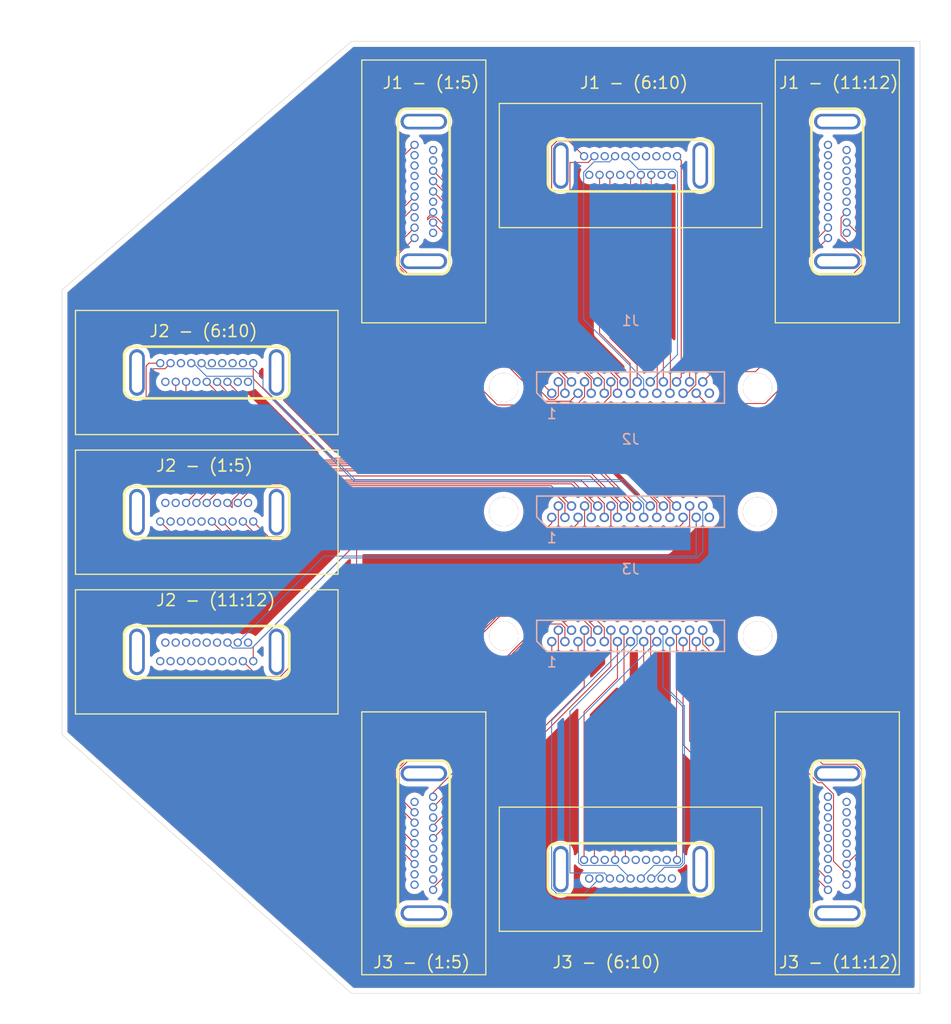
<source format=kicad_pcb>
(kicad_pcb (version 20171130) (host pcbnew "(5.1.9)-1")
  (layers (0 F.Cu signal) (31 B.Cu signal) (34 B.Paste user) (35 F.Paste user) (36 B.SilkS user) (37 F.SilkS user) (38 B.Mask user) (39 F.Mask user) (44 Edge.Cuts user))
  (net 0 "")
  (net 1 "Net-(J1-Pad19)")
  (net 2 "Net-(J1-Pad18)")
  (net 3 "Net-(J1-Pad17)")
  (net 4 "Net-(J1-Pad16)")
  (net 5 "Net-(J1-Pad15)")
  (net 6 "Net-(J1-Pad14)")
  (net 7 "Net-(J1-Pad13)")
  (net 8 "Net-(J1-Pad12)")
  (net 9 "Net-(J1-Pad11)")
  (net 10 "Net-(J1-Pad10)")
  (net 11 "Net-(J1-Pad9)")
  (net 12 "Net-(J1-Pad8)")
  (net 13 "Net-(J1-Pad7)")
  (net 14 "Net-(J1-Pad6)")
  (net 15 "Net-(J1-Pad5)")
  (net 16 "Net-(J1-Pad4)")
  (net 17 "Net-(J1-Pad3)")
  (net 18 "Net-(J1-Pad2)")
  (net 19 "Net-(J1-Pad1)")
  (net 20 "Net-(J2-Pad1)")
  (net 21 "Net-(J2-Pad2)")
  (net 22 "Net-(J2-Pad3)")
  (net 23 "Net-(J2-Pad4)")
  (net 24 "Net-(J2-Pad5)")
  (net 25 "Net-(J2-Pad6)")
  (net 26 "Net-(J2-Pad7)")
  (net 27 "Net-(J2-Pad8)")
  (net 28 "Net-(J2-Pad9)")
  (net 29 "Net-(J2-Pad10)")
  (net 30 "Net-(J2-Pad11)")
  (net 31 "Net-(J2-Pad12)")
  (net 32 "Net-(J2-Pad13)")
  (net 33 "Net-(J2-Pad14)")
  (net 34 "Net-(J2-Pad15)")
  (net 35 "Net-(J2-Pad16)")
  (net 36 "Net-(J2-Pad17)")
  (net 37 "Net-(J2-Pad18)")
  (net 38 "Net-(J2-Pad19)")
  (net 39 "Net-(J3-Pad1)")
  (net 40 "Net-(J3-Pad2)")
  (net 41 "Net-(J3-Pad3)")
  (net 42 "Net-(J3-Pad4)")
  (net 43 "Net-(J3-Pad5)")
  (net 44 "Net-(J3-Pad6)")
  (net 45 "Net-(J3-Pad7)")
  (net 46 "Net-(J3-Pad8)")
  (net 47 "Net-(J3-Pad9)")
  (net 48 "Net-(J3-Pad10)")
  (net 49 "Net-(J3-Pad11)")
  (net 50 "Net-(J3-Pad12)")
  (net 51 "Net-(J3-Pad13)")
  (net 52 "Net-(J3-Pad14)")
  (net 53 "Net-(J3-Pad15)")
  (net 54 "Net-(J3-Pad16)")
  (net 55 "Net-(J3-Pad17)")
  (net 56 "Net-(J3-Pad18)")
  (net 57 "Net-(J3-Pad19)")
  (net 58 "Net-(J4-Pad13)")
  (net 59 "Net-(J5-Pad1)")
  (net 60 "Net-(J5-Pad2)")
  (net 61 "Net-(J5-Pad3)")
  (net 62 "Net-(J5-Pad4)")
  (net 63 "Net-(J5-Pad5)")
  (net 64 "Net-(J5-Pad6)")
  (net 65 "Net-(J5-Pad7)")
  (net 66 "Net-(J5-Pad8)")
  (net 67 "Net-(J5-Pad9)")
  (net 68 "Net-(J5-Pad10)")
  (net 69 "Net-(J5-Pad11)")
  (net 70 "Net-(J5-Pad12)")
  (net 71 "Net-(J5-Pad13)")
  (net 72 "Net-(J5-Pad14)")
  (net 73 "Net-(J5-Pad15)")
  (net 74 "Net-(J5-Pad16)")
  (net 75 "Net-(J5-Pad17)")
  (net 76 "Net-(J5-Pad18)")
  (net 77 "Net-(J5-Pad19)")
  (net 78 "Net-(J6-Pad19)")
  (net 79 "Net-(J6-Pad18)")
  (net 80 "Net-(J6-Pad17)")
  (net 81 "Net-(J6-Pad16)")
  (net 82 "Net-(J6-Pad15)")
  (net 83 "Net-(J6-Pad14)")
  (net 84 "Net-(J6-Pad13)")
  (net 85 "Net-(J6-Pad12)")
  (net 86 "Net-(J6-Pad11)")
  (net 87 "Net-(J6-Pad10)")
  (net 88 "Net-(J6-Pad9)")
  (net 89 "Net-(J6-Pad8)")
  (net 90 "Net-(J6-Pad7)")
  (net 91 "Net-(J6-Pad6)")
  (net 92 "Net-(J6-Pad5)")
  (net 93 "Net-(J6-Pad4)")
  (net 94 "Net-(J6-Pad3)")
  (net 95 "Net-(J6-Pad2)")
  (net 96 "Net-(J6-Pad1)")
  (net 97 "Net-(J7-Pad19)")
  (net 98 "Net-(J7-Pad18)")
  (net 99 "Net-(J7-Pad17)")
  (net 100 "Net-(J7-Pad16)")
  (net 101 "Net-(J7-Pad15)")
  (net 102 "Net-(J7-Pad14)")
  (net 103 "Net-(J7-Pad13)")
  (net 104 "Net-(J7-Pad12)")
  (net 105 "Net-(J7-Pad11)")
  (net 106 "Net-(J7-Pad10)")
  (net 107 "Net-(J7-Pad9)")
  (net 108 "Net-(J7-Pad8)")
  (net 109 "Net-(J7-Pad7)")
  (net 110 "Net-(J7-Pad6)")
  (net 111 "Net-(J7-Pad5)")
  (net 112 "Net-(J7-Pad4)")
  (net 113 "Net-(J7-Pad3)")
  (net 114 "Net-(J7-Pad2)")
  (net 115 "Net-(J7-Pad1)")
  (net 116 "Net-(J8-Pad13)")
  (net 117 "Net-(J12-Pad23)")
  (net 118 "Net-(J9-Pad18)")
  (net 119 "Net-(J9-Pad17)")
  (net 120 "Net-(J9-Pad16)")
  (net 121 "Net-(J9-Pad15)")
  (net 122 "Net-(J12-Pad10)")
  (net 123 "Net-(J9-Pad13)")
  (net 124 "Net-(J12-Pad22)")
  (net 125 "Net-(J9-Pad11)")
  (net 126 "Net-(J12-Pad9)")
  (net 127 "Net-(J12-Pad21)")
  (net 128 "Net-(J9-Pad8)")
  (net 129 "Net-(J12-Pad8)")
  (net 130 "Net-(J12-Pad20)")
  (net 131 "Net-(J9-Pad5)")
  (net 132 "Net-(J12-Pad7)")
  (net 133 "Net-(J12-Pad19)")
  (net 134 "Net-(J9-Pad2)")
  (net 135 "Net-(J12-Pad6)")
  (net 136 "Net-(J10-Pad1)")
  (net 137 "Net-(J10-Pad2)")
  (net 138 "Net-(J10-Pad3)")
  (net 139 "Net-(J10-Pad4)")
  (net 140 "Net-(J10-Pad5)")
  (net 141 "Net-(J10-Pad6)")
  (net 142 "Net-(J10-Pad7)")
  (net 143 "Net-(J10-Pad8)")
  (net 144 "Net-(J10-Pad9)")
  (net 145 "Net-(J10-Pad10)")
  (net 146 "Net-(J10-Pad11)")
  (net 147 "Net-(J10-Pad12)")
  (net 148 "Net-(J10-Pad13)")
  (net 149 "Net-(J10-Pad14)")
  (net 150 "Net-(J10-Pad15)")
  (net 151 "Net-(J10-Pad16)")
  (net 152 "Net-(J10-Pad17)")
  (net 153 "Net-(J10-Pad18)")
  (net 154 "Net-(J10-Pad19)")
  (net 155 "Net-(J11-Pad1)")
  (net 156 "Net-(J11-Pad2)")
  (net 157 "Net-(J11-Pad3)")
  (net 158 "Net-(J11-Pad4)")
  (net 159 "Net-(J11-Pad5)")
  (net 160 "Net-(J11-Pad6)")
  (net 161 "Net-(J11-Pad7)")
  (net 162 "Net-(J11-Pad8)")
  (net 163 "Net-(J11-Pad9)")
  (net 164 "Net-(J11-Pad10)")
  (net 165 "Net-(J11-Pad11)")
  (net 166 "Net-(J11-Pad12)")
  (net 167 "Net-(J11-Pad13)")
  (net 168 "Net-(J11-Pad14)")
  (net 169 "Net-(J11-Pad15)")
  (net 170 "Net-(J11-Pad16)")
  (net 171 "Net-(J11-Pad17)")
  (net 172 "Net-(J11-Pad18)")
  (net 173 "Net-(J11-Pad19)")
  (net 174 "Net-(J12-Pad13)")
  (module Connector:Norcomp-380-025-113L001-microd_NoLeads (layer B.Cu) (at 0 11.4539)
    (fp_text reference J3 (at 0 -6.4539) (layer B.SilkS) (effects (justify mirror)))
    (fp_text value DB25_Male)
    (fp_text user 1 (at -7.62 2.54) (layer B.SilkS) (effects (justify mirror)))
    (pad 27 thru_hole oval (at -12.275 0) (size 2.81 2.81) (drill 2.81) (layers *.Cu *.Mask))
    (pad 26 thru_hole oval (at 12.275 0) (size 2.81 2.81) (drill 2.81) (layers *.Cu *.Mask))
    (pad 13 thru_hole oval (at 7.62 0.55) (size 0.92 0.92) (drill 0.61) (layers *.Cu *.Mask) (net 174 "Net-(J12-Pad13)"))
    (pad 25 thru_hole oval (at 6.985 -0.55) (size 0.92 0.92) (drill 0.61) (layers *.Cu *.Mask) (net 160 "Net-(J11-Pad6)"))
    (pad 12 thru_hole oval (at 6.35 0.55) (size 0.92 0.92) (drill 0.61) (layers *.Cu *.Mask) (net 158 "Net-(J11-Pad4)"))
    (pad 24 thru_hole oval (at 5.715 -0.55) (size 0.92 0.92) (drill 0.61) (layers *.Cu *.Mask) (net 157 "Net-(J11-Pad3)"))
    (pad 11 thru_hole oval (at 5.08 0.55) (size 0.92 0.92) (drill 0.61) (layers *.Cu *.Mask) (net 155 "Net-(J11-Pad1)"))
    (pad 23 thru_hole oval (at 4.445 -0.55) (size 0.92 0.92) (drill 0.61) (layers *.Cu *.Mask) (net 117 "Net-(J12-Pad23)"))
    (pad 10 thru_hole oval (at 3.81 0.55) (size 0.92 0.92) (drill 0.61) (layers *.Cu *.Mask) (net 122 "Net-(J12-Pad10)"))
    (pad 22 thru_hole oval (at 3.175 -0.55) (size 0.92 0.92) (drill 0.61) (layers *.Cu *.Mask) (net 124 "Net-(J12-Pad22)"))
    (pad 9 thru_hole oval (at 2.54 0.55) (size 0.92 0.92) (drill 0.61) (layers *.Cu *.Mask) (net 126 "Net-(J12-Pad9)"))
    (pad 21 thru_hole oval (at 1.905 -0.55) (size 0.92 0.92) (drill 0.61) (layers *.Cu *.Mask) (net 127 "Net-(J12-Pad21)"))
    (pad 8 thru_hole oval (at 1.27 0.55) (size 0.92 0.92) (drill 0.61) (layers *.Cu *.Mask) (net 129 "Net-(J12-Pad8)"))
    (pad 20 thru_hole oval (at 0.635 -0.55) (size 0.92 0.92) (drill 0.61) (layers *.Cu *.Mask) (net 130 "Net-(J12-Pad20)"))
    (pad 7 thru_hole oval (at 0 0.55) (size 0.92 0.92) (drill 0.61) (layers *.Cu *.Mask) (net 132 "Net-(J12-Pad7)"))
    (pad 19 thru_hole oval (at -0.635 -0.55) (size 0.92 0.92) (drill 0.61) (layers *.Cu *.Mask) (net 133 "Net-(J12-Pad19)"))
    (pad 6 thru_hole oval (at -1.27 0.55) (size 0.92 0.92) (drill 0.61) (layers *.Cu *.Mask) (net 135 "Net-(J12-Pad6)"))
    (pad 18 thru_hole oval (at -1.905 -0.55) (size 0.92 0.92) (drill 0.61) (layers *.Cu *.Mask) (net 154 "Net-(J10-Pad19)"))
    (pad 5 thru_hole oval (at -2.54 0.55) (size 0.92 0.92) (drill 0.61) (layers *.Cu *.Mask) (net 149 "Net-(J10-Pad14)"))
    (pad 17 thru_hole oval (at -3.175 -0.55) (size 0.92 0.92) (drill 0.61) (layers *.Cu *.Mask) (net 147 "Net-(J10-Pad12)"))
    (pad 4 thru_hole oval (at -3.81 0.55) (size 0.92 0.92) (drill 0.61) (layers *.Cu *.Mask) (net 145 "Net-(J10-Pad10)"))
    (pad 16 thru_hole oval (at -4.445 -0.55) (size 0.92 0.92) (drill 0.61) (layers *.Cu *.Mask) (net 144 "Net-(J10-Pad9)"))
    (pad 3 thru_hole oval (at -5.08 0.55) (size 0.92 0.92) (drill 0.61) (layers *.Cu *.Mask) (net 142 "Net-(J10-Pad7)"))
    (pad 15 thru_hole oval (at -5.715 -0.55) (size 0.92 0.92) (drill 0.61) (layers *.Cu *.Mask) (net 141 "Net-(J10-Pad6)"))
    (pad 2 thru_hole oval (at -6.35 0.55) (size 0.92 0.92) (drill 0.61) (layers *.Cu *.Mask) (net 139 "Net-(J10-Pad4)"))
    (pad 14 thru_hole oval (at -6.985 -0.55) (size 0.92 0.92) (drill 0.61) (layers *.Cu *.Mask) (net 138 "Net-(J10-Pad3)"))
    (pad 1 thru_hole oval (at -7.62 0.55) (size 0.92 0.92) (drill 0.61) (layers *.Cu *.Mask) (net 136 "Net-(J10-Pad1)"))
  )
  (module Connector:Norcomp-380-025-113L001-microd_NoLeads (layer B.Cu) (at 0 -0.55)
    (fp_text reference J2 (at 0 -7) (layer B.SilkS) (effects (justify mirror)))
    (fp_text value DB25_Male)
    (fp_text user 1 (at -7.62 2.54) (layer B.SilkS) (effects (justify mirror)))
    (pad 27 thru_hole oval (at -12.275 0) (size 2.81 2.81) (drill 2.81) (layers *.Cu *.Mask))
    (pad 26 thru_hole oval (at 12.275 0) (size 2.81 2.81) (drill 2.81) (layers *.Cu *.Mask))
    (pad 13 thru_hole oval (at 7.62 0.55) (size 0.92 0.92) (drill 0.61) (layers *.Cu *.Mask) (net 116 "Net-(J8-Pad13)"))
    (pad 25 thru_hole oval (at 6.985 -0.55) (size 0.92 0.92) (drill 0.61) (layers *.Cu *.Mask) (net 110 "Net-(J7-Pad6)"))
    (pad 12 thru_hole oval (at 6.35 0.55) (size 0.92 0.92) (drill 0.61) (layers *.Cu *.Mask) (net 112 "Net-(J7-Pad4)"))
    (pad 24 thru_hole oval (at 5.715 -0.55) (size 0.92 0.92) (drill 0.61) (layers *.Cu *.Mask) (net 113 "Net-(J7-Pad3)"))
    (pad 11 thru_hole oval (at 5.08 0.55) (size 0.92 0.92) (drill 0.61) (layers *.Cu *.Mask) (net 115 "Net-(J7-Pad1)"))
    (pad 23 thru_hole oval (at 4.445 -0.55) (size 0.92 0.92) (drill 0.61) (layers *.Cu *.Mask) (net 77 "Net-(J5-Pad19)"))
    (pad 10 thru_hole oval (at 3.81 0.55) (size 0.92 0.92) (drill 0.61) (layers *.Cu *.Mask) (net 72 "Net-(J5-Pad14)"))
    (pad 22 thru_hole oval (at 3.175 -0.55) (size 0.92 0.92) (drill 0.61) (layers *.Cu *.Mask) (net 70 "Net-(J5-Pad12)"))
    (pad 9 thru_hole oval (at 2.54 0.55) (size 0.92 0.92) (drill 0.61) (layers *.Cu *.Mask) (net 68 "Net-(J5-Pad10)"))
    (pad 21 thru_hole oval (at 1.905 -0.55) (size 0.92 0.92) (drill 0.61) (layers *.Cu *.Mask) (net 67 "Net-(J5-Pad9)"))
    (pad 8 thru_hole oval (at 1.27 0.55) (size 0.92 0.92) (drill 0.61) (layers *.Cu *.Mask) (net 65 "Net-(J5-Pad7)"))
    (pad 20 thru_hole oval (at 0.635 -0.55) (size 0.92 0.92) (drill 0.61) (layers *.Cu *.Mask) (net 64 "Net-(J5-Pad6)"))
    (pad 7 thru_hole oval (at 0 0.55) (size 0.92 0.92) (drill 0.61) (layers *.Cu *.Mask) (net 62 "Net-(J5-Pad4)"))
    (pad 19 thru_hole oval (at -0.635 -0.55) (size 0.92 0.92) (drill 0.61) (layers *.Cu *.Mask) (net 61 "Net-(J5-Pad3)"))
    (pad 6 thru_hole oval (at -1.27 0.55) (size 0.92 0.92) (drill 0.61) (layers *.Cu *.Mask) (net 59 "Net-(J5-Pad1)"))
    (pad 18 thru_hole oval (at -1.905 -0.55) (size 0.92 0.92) (drill 0.61) (layers *.Cu *.Mask) (net 78 "Net-(J6-Pad19)"))
    (pad 5 thru_hole oval (at -2.54 0.55) (size 0.92 0.92) (drill 0.61) (layers *.Cu *.Mask) (net 83 "Net-(J6-Pad14)"))
    (pad 17 thru_hole oval (at -3.175 -0.55) (size 0.92 0.92) (drill 0.61) (layers *.Cu *.Mask) (net 85 "Net-(J6-Pad12)"))
    (pad 4 thru_hole oval (at -3.81 0.55) (size 0.92 0.92) (drill 0.61) (layers *.Cu *.Mask) (net 87 "Net-(J6-Pad10)"))
    (pad 16 thru_hole oval (at -4.445 -0.55) (size 0.92 0.92) (drill 0.61) (layers *.Cu *.Mask) (net 88 "Net-(J6-Pad9)"))
    (pad 3 thru_hole oval (at -5.08 0.55) (size 0.92 0.92) (drill 0.61) (layers *.Cu *.Mask) (net 90 "Net-(J6-Pad7)"))
    (pad 15 thru_hole oval (at -5.715 -0.55) (size 0.92 0.92) (drill 0.61) (layers *.Cu *.Mask) (net 91 "Net-(J6-Pad6)"))
    (pad 2 thru_hole oval (at -6.35 0.55) (size 0.92 0.92) (drill 0.61) (layers *.Cu *.Mask) (net 93 "Net-(J6-Pad4)"))
    (pad 14 thru_hole oval (at -6.985 -0.55) (size 0.92 0.92) (drill 0.61) (layers *.Cu *.Mask) (net 94 "Net-(J6-Pad3)"))
    (pad 1 thru_hole oval (at -7.62 0.55) (size 0.92 0.92) (drill 0.61) (layers *.Cu *.Mask) (net 96 "Net-(J6-Pad1)"))
  )
  (module Connector:Norcomp-380-025-113L001-microd_NoLeads (layer B.Cu) (at 0 -12.5461)
    (fp_text reference J1 (at 0 -6.4539) (layer B.SilkS) (effects (justify mirror)))
    (fp_text value DB25_Male)
    (fp_text user 1 (at -7.62 2.54) (layer B.SilkS) (effects (justify mirror)))
    (pad 27 thru_hole oval (at -12.275 0) (size 2.81 2.81) (drill 2.81) (layers *.Cu *.Mask))
    (pad 26 thru_hole oval (at 12.275 0) (size 2.81 2.81) (drill 2.81) (layers *.Cu *.Mask))
    (pad 13 thru_hole oval (at 7.62 0.55) (size 0.92 0.92) (drill 0.61) (layers *.Cu *.Mask) (net 58 "Net-(J4-Pad13)"))
    (pad 25 thru_hole oval (at 6.985 -0.55) (size 0.92 0.92) (drill 0.61) (layers *.Cu *.Mask) (net 44 "Net-(J3-Pad6)"))
    (pad 12 thru_hole oval (at 6.35 0.55) (size 0.92 0.92) (drill 0.61) (layers *.Cu *.Mask) (net 42 "Net-(J3-Pad4)"))
    (pad 24 thru_hole oval (at 5.715 -0.55) (size 0.92 0.92) (drill 0.61) (layers *.Cu *.Mask) (net 41 "Net-(J3-Pad3)"))
    (pad 11 thru_hole oval (at 5.08 0.55) (size 0.92 0.92) (drill 0.61) (layers *.Cu *.Mask) (net 39 "Net-(J3-Pad1)"))
    (pad 23 thru_hole oval (at 4.445 -0.55) (size 0.92 0.92) (drill 0.61) (layers *.Cu *.Mask) (net 1 "Net-(J1-Pad19)"))
    (pad 10 thru_hole oval (at 3.81 0.55) (size 0.92 0.92) (drill 0.61) (layers *.Cu *.Mask) (net 6 "Net-(J1-Pad14)"))
    (pad 22 thru_hole oval (at 3.175 -0.55) (size 0.92 0.92) (drill 0.61) (layers *.Cu *.Mask) (net 8 "Net-(J1-Pad12)"))
    (pad 9 thru_hole oval (at 2.54 0.55) (size 0.92 0.92) (drill 0.61) (layers *.Cu *.Mask) (net 10 "Net-(J1-Pad10)"))
    (pad 21 thru_hole oval (at 1.905 -0.55) (size 0.92 0.92) (drill 0.61) (layers *.Cu *.Mask) (net 11 "Net-(J1-Pad9)"))
    (pad 8 thru_hole oval (at 1.27 0.55) (size 0.92 0.92) (drill 0.61) (layers *.Cu *.Mask) (net 13 "Net-(J1-Pad7)"))
    (pad 20 thru_hole oval (at 0.635 -0.55) (size 0.92 0.92) (drill 0.61) (layers *.Cu *.Mask) (net 14 "Net-(J1-Pad6)"))
    (pad 7 thru_hole oval (at 0 0.55) (size 0.92 0.92) (drill 0.61) (layers *.Cu *.Mask) (net 16 "Net-(J1-Pad4)"))
    (pad 19 thru_hole oval (at -0.635 -0.55) (size 0.92 0.92) (drill 0.61) (layers *.Cu *.Mask) (net 17 "Net-(J1-Pad3)"))
    (pad 6 thru_hole oval (at -1.27 0.55) (size 0.92 0.92) (drill 0.61) (layers *.Cu *.Mask) (net 19 "Net-(J1-Pad1)"))
    (pad 18 thru_hole oval (at -1.905 -0.55) (size 0.92 0.92) (drill 0.61) (layers *.Cu *.Mask) (net 38 "Net-(J2-Pad19)"))
    (pad 5 thru_hole oval (at -2.54 0.55) (size 0.92 0.92) (drill 0.61) (layers *.Cu *.Mask) (net 33 "Net-(J2-Pad14)"))
    (pad 17 thru_hole oval (at -3.175 -0.55) (size 0.92 0.92) (drill 0.61) (layers *.Cu *.Mask) (net 31 "Net-(J2-Pad12)"))
    (pad 4 thru_hole oval (at -3.81 0.55) (size 0.92 0.92) (drill 0.61) (layers *.Cu *.Mask) (net 29 "Net-(J2-Pad10)"))
    (pad 16 thru_hole oval (at -4.445 -0.55) (size 0.92 0.92) (drill 0.61) (layers *.Cu *.Mask) (net 28 "Net-(J2-Pad9)"))
    (pad 3 thru_hole oval (at -5.08 0.55) (size 0.92 0.92) (drill 0.61) (layers *.Cu *.Mask) (net 26 "Net-(J2-Pad7)"))
    (pad 15 thru_hole oval (at -5.715 -0.55) (size 0.92 0.92) (drill 0.61) (layers *.Cu *.Mask) (net 25 "Net-(J2-Pad6)"))
    (pad 2 thru_hole oval (at -6.35 0.55) (size 0.92 0.92) (drill 0.61) (layers *.Cu *.Mask) (net 23 "Net-(J2-Pad4)"))
    (pad 14 thru_hole oval (at -6.985 -0.55) (size 0.92 0.92) (drill 0.61) (layers *.Cu *.Mask) (net 22 "Net-(J2-Pad3)"))
    (pad 1 thru_hole oval (at -7.62 0.55) (size 0.92 0.92) (drill 0.61) (layers *.Cu *.Mask) (net 20 "Net-(J2-Pad1)"))
  )
  (module Connector:HDMI-Vertical-Male-JLBPCB (layer F.Cu) (at 0 -34 180)
    (fp_text reference "J1 - (6:10)" (at 5 8) (layer F.SilkS) (effects (font (size 1.143 1.143) (thickness 0.152)) (justify left)))
    (fp_text value HDMI_A_1.4 hide)
    (pad 0 thru_hole oval (at -6.75 0 180) (size 1.5 4.5) (drill oval 1 3.9) (layers *.Cu *.Mask))
    (pad 0 thru_hole oval (at 6.75 0 180) (size 1.5 4.5) (drill oval 1 3.9) (layers *.Cu *.Mask))
    (pad 19 thru_hole circle (at -4.5 0.9 180) (size 0.8 0.8) (drill 0.55) (layers *.Cu *.Mask) (net 1 "Net-(J1-Pad19)"))
    (pad 18 thru_hole circle (at -4 -0.9 180) (size 0.8 0.8) (drill 0.55) (layers *.Cu *.Mask) (net 2 "Net-(J1-Pad18)"))
    (pad 17 thru_hole circle (at -3.5 0.9 180) (size 0.8 0.8) (drill 0.55) (layers *.Cu *.Mask) (net 3 "Net-(J1-Pad17)"))
    (pad 16 thru_hole circle (at -3 -0.9 180) (size 0.8 0.8) (drill 0.55) (layers *.Cu *.Mask) (net 4 "Net-(J1-Pad16)"))
    (pad 15 thru_hole circle (at -2.5 0.9 180) (size 0.8 0.8) (drill 0.55) (layers *.Cu *.Mask) (net 5 "Net-(J1-Pad15)"))
    (pad 14 thru_hole circle (at -2 -0.9 180) (size 0.8 0.8) (drill 0.55) (layers *.Cu *.Mask) (net 6 "Net-(J1-Pad14)"))
    (pad 13 thru_hole circle (at -1.5 0.9 180) (size 0.8 0.8) (drill 0.55) (layers *.Cu *.Mask) (net 7 "Net-(J1-Pad13)"))
    (pad 12 thru_hole circle (at -1 -0.9 180) (size 0.8 0.8) (drill 0.55) (layers *.Cu *.Mask) (net 8 "Net-(J1-Pad12)"))
    (pad 11 thru_hole circle (at -0.5 0.9 180) (size 0.8 0.8) (drill 0.55) (layers *.Cu *.Mask) (net 9 "Net-(J1-Pad11)"))
    (pad 10 thru_hole circle (at 0 -0.9 180) (size 0.8 0.8) (drill 0.55) (layers *.Cu *.Mask) (net 10 "Net-(J1-Pad10)"))
    (pad 9 thru_hole circle (at 0.5 0.9 180) (size 0.8 0.8) (drill 0.55) (layers *.Cu *.Mask) (net 11 "Net-(J1-Pad9)"))
    (pad 8 thru_hole circle (at 1 -0.9 180) (size 0.8 0.8) (drill 0.55) (layers *.Cu *.Mask) (net 12 "Net-(J1-Pad8)"))
    (pad 7 thru_hole circle (at 1.5 0.9 180) (size 0.8 0.8) (drill 0.55) (layers *.Cu *.Mask) (net 13 "Net-(J1-Pad7)"))
    (pad 6 thru_hole circle (at 2 -0.9 180) (size 0.8 0.8) (drill 0.55) (layers *.Cu *.Mask) (net 14 "Net-(J1-Pad6)"))
    (pad 5 thru_hole circle (at 2.5 0.9 180) (size 0.8 0.8) (drill 0.55) (layers *.Cu *.Mask) (net 15 "Net-(J1-Pad5)"))
    (pad 4 thru_hole circle (at 3 -0.9 180) (size 0.8 0.8) (drill 0.55) (layers *.Cu *.Mask) (net 16 "Net-(J1-Pad4)"))
    (pad 3 thru_hole circle (at 3.5 0.9 180) (size 0.8 0.8) (drill 0.55) (layers *.Cu *.Mask) (net 17 "Net-(J1-Pad3)"))
    (pad 2 thru_hole circle (at 4 -0.9 180) (size 0.8 0.8) (drill 0.55) (layers *.Cu *.Mask) (net 18 "Net-(J1-Pad2)"))
    (pad 1 thru_hole circle (at 4.5 0.9 180) (size 0.8 0.8) (drill 0.55) (layers *.Cu *.Mask) (net 19 "Net-(J1-Pad1)"))
  )
  (module Connector:HDMI-Vertical-Male-JLBPCB (layer F.Cu) (at -20 -31.5 270)
    (fp_text reference "J1 - (1:5)" (at -10.5 -5.48 180) (layer F.SilkS) (effects (font (size 1.143 1.143) (thickness 0.152)) (justify right)))
    (fp_text value HDMI_A_1.4 hide)
    (pad 1 thru_hole circle (at 4.5 0.9 270) (size 0.8 0.8) (drill 0.55) (layers *.Cu *.Mask) (net 20 "Net-(J2-Pad1)"))
    (pad 2 thru_hole circle (at 4 -0.9 270) (size 0.8 0.8) (drill 0.55) (layers *.Cu *.Mask) (net 21 "Net-(J2-Pad2)"))
    (pad 3 thru_hole circle (at 3.5 0.9 270) (size 0.8 0.8) (drill 0.55) (layers *.Cu *.Mask) (net 22 "Net-(J2-Pad3)"))
    (pad 4 thru_hole circle (at 3 -0.9 270) (size 0.8 0.8) (drill 0.55) (layers *.Cu *.Mask) (net 23 "Net-(J2-Pad4)"))
    (pad 5 thru_hole circle (at 2.5 0.9 270) (size 0.8 0.8) (drill 0.55) (layers *.Cu *.Mask) (net 24 "Net-(J2-Pad5)"))
    (pad 6 thru_hole circle (at 2 -0.9 270) (size 0.8 0.8) (drill 0.55) (layers *.Cu *.Mask) (net 25 "Net-(J2-Pad6)"))
    (pad 7 thru_hole circle (at 1.5 0.9 270) (size 0.8 0.8) (drill 0.55) (layers *.Cu *.Mask) (net 26 "Net-(J2-Pad7)"))
    (pad 8 thru_hole circle (at 1 -0.9 270) (size 0.8 0.8) (drill 0.55) (layers *.Cu *.Mask) (net 27 "Net-(J2-Pad8)"))
    (pad 9 thru_hole circle (at 0.5 0.9 270) (size 0.8 0.8) (drill 0.55) (layers *.Cu *.Mask) (net 28 "Net-(J2-Pad9)"))
    (pad 10 thru_hole circle (at 0 -0.9 270) (size 0.8 0.8) (drill 0.55) (layers *.Cu *.Mask) (net 29 "Net-(J2-Pad10)"))
    (pad 11 thru_hole circle (at -0.5 0.9 270) (size 0.8 0.8) (drill 0.55) (layers *.Cu *.Mask) (net 30 "Net-(J2-Pad11)"))
    (pad 12 thru_hole circle (at -1 -0.9 270) (size 0.8 0.8) (drill 0.55) (layers *.Cu *.Mask) (net 31 "Net-(J2-Pad12)"))
    (pad 13 thru_hole circle (at -1.5 0.9 270) (size 0.8 0.8) (drill 0.55) (layers *.Cu *.Mask) (net 32 "Net-(J2-Pad13)"))
    (pad 14 thru_hole circle (at -2 -0.9 270) (size 0.8 0.8) (drill 0.55) (layers *.Cu *.Mask) (net 33 "Net-(J2-Pad14)"))
    (pad 15 thru_hole circle (at -2.5 0.9 270) (size 0.8 0.8) (drill 0.55) (layers *.Cu *.Mask) (net 34 "Net-(J2-Pad15)"))
    (pad 16 thru_hole circle (at -3 -0.9 270) (size 0.8 0.8) (drill 0.55) (layers *.Cu *.Mask) (net 35 "Net-(J2-Pad16)"))
    (pad 17 thru_hole circle (at -3.5 0.9 270) (size 0.8 0.8) (drill 0.55) (layers *.Cu *.Mask) (net 36 "Net-(J2-Pad17)"))
    (pad 18 thru_hole circle (at -4 -0.9 270) (size 0.8 0.8) (drill 0.55) (layers *.Cu *.Mask) (net 37 "Net-(J2-Pad18)"))
    (pad 19 thru_hole circle (at -4.5 0.9 270) (size 0.8 0.8) (drill 0.55) (layers *.Cu *.Mask) (net 38 "Net-(J2-Pad19)"))
    (pad 0 thru_hole oval (at 6.75 0 270) (size 1.5 4.5) (drill oval 1 3.9) (layers *.Cu *.Mask))
    (pad 0 thru_hole oval (at -6.75 0 270) (size 1.5 4.5) (drill oval 1 3.9) (layers *.Cu *.Mask))
  )
  (module Connector:HDMI-Vertical-Male-JLBPCB (layer F.Cu) (at 20 -31.5 270)
    (fp_text reference "J1 - (11:12)" (at -10.5 -6 180) (layer F.SilkS) (effects (font (size 1.143 1.143) (thickness 0.152)) (justify right)))
    (fp_text value HDMI_A_1.4 hide)
    (pad 1 thru_hole circle (at 4.5 0.9 270) (size 0.8 0.8) (drill 0.55) (layers *.Cu *.Mask) (net 39 "Net-(J3-Pad1)"))
    (pad 2 thru_hole circle (at 4 -0.9 270) (size 0.8 0.8) (drill 0.55) (layers *.Cu *.Mask) (net 40 "Net-(J3-Pad2)"))
    (pad 3 thru_hole circle (at 3.5 0.9 270) (size 0.8 0.8) (drill 0.55) (layers *.Cu *.Mask) (net 41 "Net-(J3-Pad3)"))
    (pad 4 thru_hole circle (at 3 -0.9 270) (size 0.8 0.8) (drill 0.55) (layers *.Cu *.Mask) (net 42 "Net-(J3-Pad4)"))
    (pad 5 thru_hole circle (at 2.5 0.9 270) (size 0.8 0.8) (drill 0.55) (layers *.Cu *.Mask) (net 43 "Net-(J3-Pad5)"))
    (pad 6 thru_hole circle (at 2 -0.9 270) (size 0.8 0.8) (drill 0.55) (layers *.Cu *.Mask) (net 44 "Net-(J3-Pad6)"))
    (pad 7 thru_hole circle (at 1.5 0.9 270) (size 0.8 0.8) (drill 0.55) (layers *.Cu *.Mask) (net 45 "Net-(J3-Pad7)"))
    (pad 8 thru_hole circle (at 1 -0.9 270) (size 0.8 0.8) (drill 0.55) (layers *.Cu *.Mask) (net 46 "Net-(J3-Pad8)"))
    (pad 9 thru_hole circle (at 0.5 0.9 270) (size 0.8 0.8) (drill 0.55) (layers *.Cu *.Mask) (net 47 "Net-(J3-Pad9)"))
    (pad 10 thru_hole circle (at 0 -0.9 270) (size 0.8 0.8) (drill 0.55) (layers *.Cu *.Mask) (net 48 "Net-(J3-Pad10)"))
    (pad 11 thru_hole circle (at -0.5 0.9 270) (size 0.8 0.8) (drill 0.55) (layers *.Cu *.Mask) (net 49 "Net-(J3-Pad11)"))
    (pad 12 thru_hole circle (at -1 -0.9 270) (size 0.8 0.8) (drill 0.55) (layers *.Cu *.Mask) (net 50 "Net-(J3-Pad12)"))
    (pad 13 thru_hole circle (at -1.5 0.9 270) (size 0.8 0.8) (drill 0.55) (layers *.Cu *.Mask) (net 51 "Net-(J3-Pad13)"))
    (pad 14 thru_hole circle (at -2 -0.9 270) (size 0.8 0.8) (drill 0.55) (layers *.Cu *.Mask) (net 52 "Net-(J3-Pad14)"))
    (pad 15 thru_hole circle (at -2.5 0.9 270) (size 0.8 0.8) (drill 0.55) (layers *.Cu *.Mask) (net 53 "Net-(J3-Pad15)"))
    (pad 16 thru_hole circle (at -3 -0.9 270) (size 0.8 0.8) (drill 0.55) (layers *.Cu *.Mask) (net 54 "Net-(J3-Pad16)"))
    (pad 17 thru_hole circle (at -3.5 0.9 270) (size 0.8 0.8) (drill 0.55) (layers *.Cu *.Mask) (net 55 "Net-(J3-Pad17)"))
    (pad 18 thru_hole circle (at -4 -0.9 270) (size 0.8 0.8) (drill 0.55) (layers *.Cu *.Mask) (net 56 "Net-(J3-Pad18)"))
    (pad 19 thru_hole circle (at -4.5 0.9 270) (size 0.8 0.8) (drill 0.55) (layers *.Cu *.Mask) (net 57 "Net-(J3-Pad19)"))
    (pad 0 thru_hole oval (at 6.75 0 270) (size 1.5 4.5) (drill oval 1 3.9) (layers *.Cu *.Mask))
    (pad 0 thru_hole oval (at -6.75 0 270) (size 1.5 4.5) (drill oval 1 3.9) (layers *.Cu *.Mask))
  )
  (module Connector:HDMI-Vertical-Male-JLBPCB (layer F.Cu) (at -41 -14 180)
    (fp_text reference "J2 - (6:10)" (at -5 4) (layer F.SilkS) (effects (font (size 1.143 1.143) (thickness 0.152)) (justify right)))
    (fp_text value HDMI_A_1.4 hide)
    (pad 1 thru_hole circle (at 4.5 0.9 180) (size 0.8 0.8) (drill 0.55) (layers *.Cu *.Mask) (net 59 "Net-(J5-Pad1)"))
    (pad 2 thru_hole circle (at 4 -0.9 180) (size 0.8 0.8) (drill 0.55) (layers *.Cu *.Mask) (net 60 "Net-(J5-Pad2)"))
    (pad 3 thru_hole circle (at 3.5 0.9 180) (size 0.8 0.8) (drill 0.55) (layers *.Cu *.Mask) (net 61 "Net-(J5-Pad3)"))
    (pad 4 thru_hole circle (at 3 -0.9 180) (size 0.8 0.8) (drill 0.55) (layers *.Cu *.Mask) (net 62 "Net-(J5-Pad4)"))
    (pad 5 thru_hole circle (at 2.5 0.9 180) (size 0.8 0.8) (drill 0.55) (layers *.Cu *.Mask) (net 63 "Net-(J5-Pad5)"))
    (pad 6 thru_hole circle (at 2 -0.9 180) (size 0.8 0.8) (drill 0.55) (layers *.Cu *.Mask) (net 64 "Net-(J5-Pad6)"))
    (pad 7 thru_hole circle (at 1.5 0.9 180) (size 0.8 0.8) (drill 0.55) (layers *.Cu *.Mask) (net 65 "Net-(J5-Pad7)"))
    (pad 8 thru_hole circle (at 1 -0.9 180) (size 0.8 0.8) (drill 0.55) (layers *.Cu *.Mask) (net 66 "Net-(J5-Pad8)"))
    (pad 9 thru_hole circle (at 0.5 0.9 180) (size 0.8 0.8) (drill 0.55) (layers *.Cu *.Mask) (net 67 "Net-(J5-Pad9)"))
    (pad 10 thru_hole circle (at 0 -0.9 180) (size 0.8 0.8) (drill 0.55) (layers *.Cu *.Mask) (net 68 "Net-(J5-Pad10)"))
    (pad 11 thru_hole circle (at -0.5 0.9 180) (size 0.8 0.8) (drill 0.55) (layers *.Cu *.Mask) (net 69 "Net-(J5-Pad11)"))
    (pad 12 thru_hole circle (at -1 -0.9 180) (size 0.8 0.8) (drill 0.55) (layers *.Cu *.Mask) (net 70 "Net-(J5-Pad12)"))
    (pad 13 thru_hole circle (at -1.5 0.9 180) (size 0.8 0.8) (drill 0.55) (layers *.Cu *.Mask) (net 71 "Net-(J5-Pad13)"))
    (pad 14 thru_hole circle (at -2 -0.9 180) (size 0.8 0.8) (drill 0.55) (layers *.Cu *.Mask) (net 72 "Net-(J5-Pad14)"))
    (pad 15 thru_hole circle (at -2.5 0.9 180) (size 0.8 0.8) (drill 0.55) (layers *.Cu *.Mask) (net 73 "Net-(J5-Pad15)"))
    (pad 16 thru_hole circle (at -3 -0.9 180) (size 0.8 0.8) (drill 0.55) (layers *.Cu *.Mask) (net 74 "Net-(J5-Pad16)"))
    (pad 17 thru_hole circle (at -3.5 0.9 180) (size 0.8 0.8) (drill 0.55) (layers *.Cu *.Mask) (net 75 "Net-(J5-Pad17)"))
    (pad 18 thru_hole circle (at -4 -0.9 180) (size 0.8 0.8) (drill 0.55) (layers *.Cu *.Mask) (net 76 "Net-(J5-Pad18)"))
    (pad 19 thru_hole circle (at -4.5 0.9 180) (size 0.8 0.8) (drill 0.55) (layers *.Cu *.Mask) (net 77 "Net-(J5-Pad19)"))
    (pad 0 thru_hole oval (at 6.75 0 180) (size 1.5 4.5) (drill oval 1 3.9) (layers *.Cu *.Mask))
    (pad 0 thru_hole oval (at -6.75 0 180) (size 1.5 4.5) (drill oval 1 3.9) (layers *.Cu *.Mask))
  )
  (module Connector:HDMI-Vertical-Male-JLBPCB (layer F.Cu) (at -41 -0.5)
    (fp_text reference "J2 - (1:5)" (at -5 -4.5) (layer F.SilkS) (effects (font (size 1.143 1.143) (thickness 0.152)) (justify left)))
    (fp_text value HDMI_A_1.4 hide)
    (pad 0 thru_hole oval (at -6.75 0) (size 1.5 4.5) (drill oval 1 3.9) (layers *.Cu *.Mask))
    (pad 0 thru_hole oval (at 6.75 0) (size 1.5 4.5) (drill oval 1 3.9) (layers *.Cu *.Mask))
    (pad 19 thru_hole circle (at -4.5 0.9) (size 0.8 0.8) (drill 0.55) (layers *.Cu *.Mask) (net 78 "Net-(J6-Pad19)"))
    (pad 18 thru_hole circle (at -4 -0.9) (size 0.8 0.8) (drill 0.55) (layers *.Cu *.Mask) (net 79 "Net-(J6-Pad18)"))
    (pad 17 thru_hole circle (at -3.5 0.9) (size 0.8 0.8) (drill 0.55) (layers *.Cu *.Mask) (net 80 "Net-(J6-Pad17)"))
    (pad 16 thru_hole circle (at -3 -0.9) (size 0.8 0.8) (drill 0.55) (layers *.Cu *.Mask) (net 81 "Net-(J6-Pad16)"))
    (pad 15 thru_hole circle (at -2.5 0.9) (size 0.8 0.8) (drill 0.55) (layers *.Cu *.Mask) (net 82 "Net-(J6-Pad15)"))
    (pad 14 thru_hole circle (at -2 -0.9) (size 0.8 0.8) (drill 0.55) (layers *.Cu *.Mask) (net 83 "Net-(J6-Pad14)"))
    (pad 13 thru_hole circle (at -1.5 0.9) (size 0.8 0.8) (drill 0.55) (layers *.Cu *.Mask) (net 84 "Net-(J6-Pad13)"))
    (pad 12 thru_hole circle (at -1 -0.9) (size 0.8 0.8) (drill 0.55) (layers *.Cu *.Mask) (net 85 "Net-(J6-Pad12)"))
    (pad 11 thru_hole circle (at -0.5 0.9) (size 0.8 0.8) (drill 0.55) (layers *.Cu *.Mask) (net 86 "Net-(J6-Pad11)"))
    (pad 10 thru_hole circle (at 0 -0.9) (size 0.8 0.8) (drill 0.55) (layers *.Cu *.Mask) (net 87 "Net-(J6-Pad10)"))
    (pad 9 thru_hole circle (at 0.5 0.9) (size 0.8 0.8) (drill 0.55) (layers *.Cu *.Mask) (net 88 "Net-(J6-Pad9)"))
    (pad 8 thru_hole circle (at 1 -0.9) (size 0.8 0.8) (drill 0.55) (layers *.Cu *.Mask) (net 89 "Net-(J6-Pad8)"))
    (pad 7 thru_hole circle (at 1.5 0.9) (size 0.8 0.8) (drill 0.55) (layers *.Cu *.Mask) (net 90 "Net-(J6-Pad7)"))
    (pad 6 thru_hole circle (at 2 -0.9) (size 0.8 0.8) (drill 0.55) (layers *.Cu *.Mask) (net 91 "Net-(J6-Pad6)"))
    (pad 5 thru_hole circle (at 2.5 0.9) (size 0.8 0.8) (drill 0.55) (layers *.Cu *.Mask) (net 92 "Net-(J6-Pad5)"))
    (pad 4 thru_hole circle (at 3 -0.9) (size 0.8 0.8) (drill 0.55) (layers *.Cu *.Mask) (net 93 "Net-(J6-Pad4)"))
    (pad 3 thru_hole circle (at 3.5 0.9) (size 0.8 0.8) (drill 0.55) (layers *.Cu *.Mask) (net 94 "Net-(J6-Pad3)"))
    (pad 2 thru_hole circle (at 4 -0.9) (size 0.8 0.8) (drill 0.55) (layers *.Cu *.Mask) (net 95 "Net-(J6-Pad2)"))
    (pad 1 thru_hole circle (at 4.5 0.9) (size 0.8 0.8) (drill 0.55) (layers *.Cu *.Mask) (net 96 "Net-(J6-Pad1)"))
  )
  (module Connector:HDMI-Vertical-Male-JLBPCB (layer F.Cu) (at -41 13)
    (fp_text reference "J2 - (11:12)" (at -5 -5) (layer F.SilkS) (effects (font (size 1.143 1.143) (thickness 0.152)) (justify left)))
    (fp_text value HDMI_A_1.4 hide)
    (pad 0 thru_hole oval (at -6.75 0) (size 1.5 4.5) (drill oval 1 3.9) (layers *.Cu *.Mask))
    (pad 0 thru_hole oval (at 6.75 0) (size 1.5 4.5) (drill oval 1 3.9) (layers *.Cu *.Mask))
    (pad 19 thru_hole circle (at -4.5 0.9) (size 0.8 0.8) (drill 0.55) (layers *.Cu *.Mask) (net 97 "Net-(J7-Pad19)"))
    (pad 18 thru_hole circle (at -4 -0.9) (size 0.8 0.8) (drill 0.55) (layers *.Cu *.Mask) (net 98 "Net-(J7-Pad18)"))
    (pad 17 thru_hole circle (at -3.5 0.9) (size 0.8 0.8) (drill 0.55) (layers *.Cu *.Mask) (net 99 "Net-(J7-Pad17)"))
    (pad 16 thru_hole circle (at -3 -0.9) (size 0.8 0.8) (drill 0.55) (layers *.Cu *.Mask) (net 100 "Net-(J7-Pad16)"))
    (pad 15 thru_hole circle (at -2.5 0.9) (size 0.8 0.8) (drill 0.55) (layers *.Cu *.Mask) (net 101 "Net-(J7-Pad15)"))
    (pad 14 thru_hole circle (at -2 -0.9) (size 0.8 0.8) (drill 0.55) (layers *.Cu *.Mask) (net 102 "Net-(J7-Pad14)"))
    (pad 13 thru_hole circle (at -1.5 0.9) (size 0.8 0.8) (drill 0.55) (layers *.Cu *.Mask) (net 103 "Net-(J7-Pad13)"))
    (pad 12 thru_hole circle (at -1 -0.9) (size 0.8 0.8) (drill 0.55) (layers *.Cu *.Mask) (net 104 "Net-(J7-Pad12)"))
    (pad 11 thru_hole circle (at -0.5 0.9) (size 0.8 0.8) (drill 0.55) (layers *.Cu *.Mask) (net 105 "Net-(J7-Pad11)"))
    (pad 10 thru_hole circle (at 0 -0.9) (size 0.8 0.8) (drill 0.55) (layers *.Cu *.Mask) (net 106 "Net-(J7-Pad10)"))
    (pad 9 thru_hole circle (at 0.5 0.9) (size 0.8 0.8) (drill 0.55) (layers *.Cu *.Mask) (net 107 "Net-(J7-Pad9)"))
    (pad 8 thru_hole circle (at 1 -0.9) (size 0.8 0.8) (drill 0.55) (layers *.Cu *.Mask) (net 108 "Net-(J7-Pad8)"))
    (pad 7 thru_hole circle (at 1.5 0.9) (size 0.8 0.8) (drill 0.55) (layers *.Cu *.Mask) (net 109 "Net-(J7-Pad7)"))
    (pad 6 thru_hole circle (at 2 -0.9) (size 0.8 0.8) (drill 0.55) (layers *.Cu *.Mask) (net 110 "Net-(J7-Pad6)"))
    (pad 5 thru_hole circle (at 2.5 0.9) (size 0.8 0.8) (drill 0.55) (layers *.Cu *.Mask) (net 111 "Net-(J7-Pad5)"))
    (pad 4 thru_hole circle (at 3 -0.9) (size 0.8 0.8) (drill 0.55) (layers *.Cu *.Mask) (net 112 "Net-(J7-Pad4)"))
    (pad 3 thru_hole circle (at 3.5 0.9) (size 0.8 0.8) (drill 0.55) (layers *.Cu *.Mask) (net 113 "Net-(J7-Pad3)"))
    (pad 2 thru_hole circle (at 4 -0.9) (size 0.8 0.8) (drill 0.55) (layers *.Cu *.Mask) (net 114 "Net-(J7-Pad2)"))
    (pad 1 thru_hole circle (at 4.5 0.9) (size 0.8 0.8) (drill 0.55) (layers *.Cu *.Mask) (net 115 "Net-(J7-Pad1)"))
  )
  (module Connector:HDMI-Vertical-Male-JLBPCB (layer F.Cu) (at 0 34 180)
    (fp_text reference "J3 - (6:10)" (at -3 -9) (layer F.SilkS) (effects (font (size 1.143 1.143) (thickness 0.152)) (justify right)))
    (fp_text value HDMI_A_1.4 hide)
    (pad 0 thru_hole oval (at -6.75 0 180) (size 1.5 4.5) (drill oval 1 3.9) (layers *.Cu *.Mask))
    (pad 0 thru_hole oval (at 6.75 0 180) (size 1.5 4.5) (drill oval 1 3.9) (layers *.Cu *.Mask))
    (pad 19 thru_hole circle (at -4.5 0.9 180) (size 0.8 0.8) (drill 0.55) (layers *.Cu *.Mask) (net 117 "Net-(J12-Pad23)"))
    (pad 18 thru_hole circle (at -4 -0.9 180) (size 0.8 0.8) (drill 0.55) (layers *.Cu *.Mask) (net 118 "Net-(J9-Pad18)"))
    (pad 17 thru_hole circle (at -3.5 0.9 180) (size 0.8 0.8) (drill 0.55) (layers *.Cu *.Mask) (net 119 "Net-(J9-Pad17)"))
    (pad 16 thru_hole circle (at -3 -0.9 180) (size 0.8 0.8) (drill 0.55) (layers *.Cu *.Mask) (net 120 "Net-(J9-Pad16)"))
    (pad 15 thru_hole circle (at -2.5 0.9 180) (size 0.8 0.8) (drill 0.55) (layers *.Cu *.Mask) (net 121 "Net-(J9-Pad15)"))
    (pad 14 thru_hole circle (at -2 -0.9 180) (size 0.8 0.8) (drill 0.55) (layers *.Cu *.Mask) (net 122 "Net-(J12-Pad10)"))
    (pad 13 thru_hole circle (at -1.5 0.9 180) (size 0.8 0.8) (drill 0.55) (layers *.Cu *.Mask) (net 123 "Net-(J9-Pad13)"))
    (pad 12 thru_hole circle (at -1 -0.9 180) (size 0.8 0.8) (drill 0.55) (layers *.Cu *.Mask) (net 124 "Net-(J12-Pad22)"))
    (pad 11 thru_hole circle (at -0.5 0.9 180) (size 0.8 0.8) (drill 0.55) (layers *.Cu *.Mask) (net 125 "Net-(J9-Pad11)"))
    (pad 10 thru_hole circle (at 0 -0.9 180) (size 0.8 0.8) (drill 0.55) (layers *.Cu *.Mask) (net 126 "Net-(J12-Pad9)"))
    (pad 9 thru_hole circle (at 0.5 0.9 180) (size 0.8 0.8) (drill 0.55) (layers *.Cu *.Mask) (net 127 "Net-(J12-Pad21)"))
    (pad 8 thru_hole circle (at 1 -0.9 180) (size 0.8 0.8) (drill 0.55) (layers *.Cu *.Mask) (net 128 "Net-(J9-Pad8)"))
    (pad 7 thru_hole circle (at 1.5 0.9 180) (size 0.8 0.8) (drill 0.55) (layers *.Cu *.Mask) (net 129 "Net-(J12-Pad8)"))
    (pad 6 thru_hole circle (at 2 -0.9 180) (size 0.8 0.8) (drill 0.55) (layers *.Cu *.Mask) (net 130 "Net-(J12-Pad20)"))
    (pad 5 thru_hole circle (at 2.5 0.9 180) (size 0.8 0.8) (drill 0.55) (layers *.Cu *.Mask) (net 131 "Net-(J9-Pad5)"))
    (pad 4 thru_hole circle (at 3 -0.9 180) (size 0.8 0.8) (drill 0.55) (layers *.Cu *.Mask) (net 132 "Net-(J12-Pad7)"))
    (pad 3 thru_hole circle (at 3.5 0.9 180) (size 0.8 0.8) (drill 0.55) (layers *.Cu *.Mask) (net 133 "Net-(J12-Pad19)"))
    (pad 2 thru_hole circle (at 4 -0.9 180) (size 0.8 0.8) (drill 0.55) (layers *.Cu *.Mask) (net 134 "Net-(J9-Pad2)"))
    (pad 1 thru_hole circle (at 4.5 0.9 180) (size 0.8 0.8) (drill 0.55) (layers *.Cu *.Mask) (net 135 "Net-(J12-Pad6)"))
  )
  (module Connector:HDMI-Vertical-Male-JLBPCB (layer F.Cu) (at -20 31.5 90)
    (fp_text reference "J3 - (1:5)" (at -11.5 -5 180) (layer F.SilkS) (effects (font (size 1.143 1.143) (thickness 0.152)) (justify left)))
    (fp_text value HDMI_A_1.4 hide)
    (pad 1 thru_hole circle (at 4.5 0.9 90) (size 0.8 0.8) (drill 0.55) (layers *.Cu *.Mask) (net 136 "Net-(J10-Pad1)"))
    (pad 2 thru_hole circle (at 4 -0.9 90) (size 0.8 0.8) (drill 0.55) (layers *.Cu *.Mask) (net 137 "Net-(J10-Pad2)"))
    (pad 3 thru_hole circle (at 3.5 0.9 90) (size 0.8 0.8) (drill 0.55) (layers *.Cu *.Mask) (net 138 "Net-(J10-Pad3)"))
    (pad 4 thru_hole circle (at 3 -0.9 90) (size 0.8 0.8) (drill 0.55) (layers *.Cu *.Mask) (net 139 "Net-(J10-Pad4)"))
    (pad 5 thru_hole circle (at 2.5 0.9 90) (size 0.8 0.8) (drill 0.55) (layers *.Cu *.Mask) (net 140 "Net-(J10-Pad5)"))
    (pad 6 thru_hole circle (at 2 -0.9 90) (size 0.8 0.8) (drill 0.55) (layers *.Cu *.Mask) (net 141 "Net-(J10-Pad6)"))
    (pad 7 thru_hole circle (at 1.5 0.9 90) (size 0.8 0.8) (drill 0.55) (layers *.Cu *.Mask) (net 142 "Net-(J10-Pad7)"))
    (pad 8 thru_hole circle (at 1 -0.9 90) (size 0.8 0.8) (drill 0.55) (layers *.Cu *.Mask) (net 143 "Net-(J10-Pad8)"))
    (pad 9 thru_hole circle (at 0.5 0.9 90) (size 0.8 0.8) (drill 0.55) (layers *.Cu *.Mask) (net 144 "Net-(J10-Pad9)"))
    (pad 10 thru_hole circle (at 0 -0.9 90) (size 0.8 0.8) (drill 0.55) (layers *.Cu *.Mask) (net 145 "Net-(J10-Pad10)"))
    (pad 11 thru_hole circle (at -0.5 0.9 90) (size 0.8 0.8) (drill 0.55) (layers *.Cu *.Mask) (net 146 "Net-(J10-Pad11)"))
    (pad 12 thru_hole circle (at -1 -0.9 90) (size 0.8 0.8) (drill 0.55) (layers *.Cu *.Mask) (net 147 "Net-(J10-Pad12)"))
    (pad 13 thru_hole circle (at -1.5 0.9 90) (size 0.8 0.8) (drill 0.55) (layers *.Cu *.Mask) (net 148 "Net-(J10-Pad13)"))
    (pad 14 thru_hole circle (at -2 -0.9 90) (size 0.8 0.8) (drill 0.55) (layers *.Cu *.Mask) (net 149 "Net-(J10-Pad14)"))
    (pad 15 thru_hole circle (at -2.5 0.9 90) (size 0.8 0.8) (drill 0.55) (layers *.Cu *.Mask) (net 150 "Net-(J10-Pad15)"))
    (pad 16 thru_hole circle (at -3 -0.9 90) (size 0.8 0.8) (drill 0.55) (layers *.Cu *.Mask) (net 151 "Net-(J10-Pad16)"))
    (pad 17 thru_hole circle (at -3.5 0.9 90) (size 0.8 0.8) (drill 0.55) (layers *.Cu *.Mask) (net 152 "Net-(J10-Pad17)"))
    (pad 18 thru_hole circle (at -4 -0.9 90) (size 0.8 0.8) (drill 0.55) (layers *.Cu *.Mask) (net 153 "Net-(J10-Pad18)"))
    (pad 19 thru_hole circle (at -4.5 0.9 90) (size 0.8 0.8) (drill 0.55) (layers *.Cu *.Mask) (net 154 "Net-(J10-Pad19)"))
    (pad 0 thru_hole oval (at 6.75 0 90) (size 1.5 4.5) (drill oval 1 3.9) (layers *.Cu *.Mask))
    (pad 0 thru_hole oval (at -6.75 0 90) (size 1.5 4.5) (drill oval 1 3.9) (layers *.Cu *.Mask))
  )
  (module Connector:HDMI-Vertical-Male-JLBPCB (layer F.Cu) (at 20 31.5 270)
    (fp_text reference "J3 - (11:12)" (at 11.5 -6 180) (layer F.SilkS) (effects (font (size 1.143 1.143) (thickness 0.152)) (justify right)))
    (fp_text value HDMI_A_1.4 hide)
    (pad 1 thru_hole circle (at 4.5 0.9 270) (size 0.8 0.8) (drill 0.55) (layers *.Cu *.Mask) (net 155 "Net-(J11-Pad1)"))
    (pad 2 thru_hole circle (at 4 -0.9 270) (size 0.8 0.8) (drill 0.55) (layers *.Cu *.Mask) (net 156 "Net-(J11-Pad2)"))
    (pad 3 thru_hole circle (at 3.5 0.9 270) (size 0.8 0.8) (drill 0.55) (layers *.Cu *.Mask) (net 157 "Net-(J11-Pad3)"))
    (pad 4 thru_hole circle (at 3 -0.9 270) (size 0.8 0.8) (drill 0.55) (layers *.Cu *.Mask) (net 158 "Net-(J11-Pad4)"))
    (pad 5 thru_hole circle (at 2.5 0.9 270) (size 0.8 0.8) (drill 0.55) (layers *.Cu *.Mask) (net 159 "Net-(J11-Pad5)"))
    (pad 6 thru_hole circle (at 2 -0.9 270) (size 0.8 0.8) (drill 0.55) (layers *.Cu *.Mask) (net 160 "Net-(J11-Pad6)"))
    (pad 7 thru_hole circle (at 1.5 0.9 270) (size 0.8 0.8) (drill 0.55) (layers *.Cu *.Mask) (net 161 "Net-(J11-Pad7)"))
    (pad 8 thru_hole circle (at 1 -0.9 270) (size 0.8 0.8) (drill 0.55) (layers *.Cu *.Mask) (net 162 "Net-(J11-Pad8)"))
    (pad 9 thru_hole circle (at 0.5 0.9 270) (size 0.8 0.8) (drill 0.55) (layers *.Cu *.Mask) (net 163 "Net-(J11-Pad9)"))
    (pad 10 thru_hole circle (at 0 -0.9 270) (size 0.8 0.8) (drill 0.55) (layers *.Cu *.Mask) (net 164 "Net-(J11-Pad10)"))
    (pad 11 thru_hole circle (at -0.5 0.9 270) (size 0.8 0.8) (drill 0.55) (layers *.Cu *.Mask) (net 165 "Net-(J11-Pad11)"))
    (pad 12 thru_hole circle (at -1 -0.9 270) (size 0.8 0.8) (drill 0.55) (layers *.Cu *.Mask) (net 166 "Net-(J11-Pad12)"))
    (pad 13 thru_hole circle (at -1.5 0.9 270) (size 0.8 0.8) (drill 0.55) (layers *.Cu *.Mask) (net 167 "Net-(J11-Pad13)"))
    (pad 14 thru_hole circle (at -2 -0.9 270) (size 0.8 0.8) (drill 0.55) (layers *.Cu *.Mask) (net 168 "Net-(J11-Pad14)"))
    (pad 15 thru_hole circle (at -2.5 0.9 270) (size 0.8 0.8) (drill 0.55) (layers *.Cu *.Mask) (net 169 "Net-(J11-Pad15)"))
    (pad 16 thru_hole circle (at -3 -0.9 270) (size 0.8 0.8) (drill 0.55) (layers *.Cu *.Mask) (net 170 "Net-(J11-Pad16)"))
    (pad 17 thru_hole circle (at -3.5 0.9 270) (size 0.8 0.8) (drill 0.55) (layers *.Cu *.Mask) (net 171 "Net-(J11-Pad17)"))
    (pad 18 thru_hole circle (at -4 -0.9 270) (size 0.8 0.8) (drill 0.55) (layers *.Cu *.Mask) (net 172 "Net-(J11-Pad18)"))
    (pad 19 thru_hole circle (at -4.5 0.9 270) (size 0.8 0.8) (drill 0.55) (layers *.Cu *.Mask) (net 173 "Net-(J11-Pad19)"))
    (pad 0 thru_hole oval (at 6.75 0 270) (size 1.5 4.5) (drill oval 1 3.9) (layers *.Cu *.Mask))
    (pad 0 thru_hole oval (at -6.75 0 270) (size 1.5 4.5) (drill oval 1 3.9) (layers *.Cu *.Mask))
  )
  (gr_line (start -55 21) (end -55 -22) (layer Edge.Cuts) (width 0.05))
  (gr_line (start -27 46) (end 28 46) (layer Edge.Cuts) (width 0.05))
  (gr_line (start -27 -46) (end 28 -46) (layer Edge.Cuts) (width 0.05))
  (gr_line (start -55 21) (end -27 46) (layer Edge.Cuts) (width 0.05))
  (gr_line (start -27 -46) (end -55 -22) (layer Edge.Cuts) (width 0.05))
  (gr_line (start 28 -46) (end 28 46) (layer Edge.Cuts) (width 0.05))
  (segment (start 4.899999 -13.551099) (end 4.445 -13.0961) (width 0.09) (layer F.Cu) (net 1))
  (segment (start 4.899999 -34.500001) (end 4.899999 -13.551099) (width 0.09) (layer F.Cu) (net 1))
  (segment (start 4.5 -34.9) (end 4.899999 -34.500001) (width 0.09) (layer F.Cu) (net 1))
  (segment (start 2 -33.1) (end 2 -18.5) (width 0.09) (layer F.Cu) (net 6))
  (segment (start 3.849999 -12.036099) (end 3.81 -11.9961) (width 0.09) (layer F.Cu) (net 6))
  (segment (start 3.849999 -16.650001) (end 3.849999 -12.036099) (width 0.09) (layer F.Cu) (net 6))
  (segment (start 2 -18.5) (end 3.849999 -16.650001) (width 0.09) (layer F.Cu) (net 6))
  (segment (start 1 -33.1) (end 1 -17.96) (width 0.09) (layer F.Cu) (net 8))
  (segment (start 3.175 -15.785) (end 3.175 -13.0961) (width 0.09) (layer F.Cu) (net 8))
  (segment (start 1 -17.96) (end 3.175 -15.785) (width 0.09) (layer F.Cu) (net 8))
  (segment (start 0 -33.1) (end 0 -17.82) (width 0.09) (layer F.Cu) (net 10))
  (segment (start 2.579999 -12.036099) (end 2.54 -11.9961) (width 0.09) (layer F.Cu) (net 10))
  (segment (start 2.579999 -15.240001) (end 2.579999 -12.036099) (width 0.09) (layer F.Cu) (net 10))
  (segment (start 0 -17.82) (end 2.579999 -15.240001) (width 0.09) (layer F.Cu) (net 10))
  (segment (start 4.535001 -15.726101) (end 1.905 -13.0961) (width 0.09) (layer B.Cu) (net 11))
  (segment (start 4.535001 -33.356801) (end 4.535001 -15.726101) (width 0.09) (layer B.Cu) (net 11))
  (segment (start 4.256801 -33.635001) (end 4.535001 -33.356801) (width 0.09) (layer B.Cu) (net 11))
  (segment (start 0.764999 -33.635001) (end 4.256801 -33.635001) (width 0.09) (layer B.Cu) (net 11))
  (segment (start -0.5 -34.9) (end 0.764999 -33.635001) (width 0.09) (layer B.Cu) (net 11))
  (segment (start -2.035001 -34.364999) (end -1.5 -34.9) (width 0.09) (layer B.Cu) (net 13))
  (segment (start -3.526803 -34.364999) (end -2.035001 -34.364999) (width 0.09) (layer B.Cu) (net 13))
  (segment (start -4.535001 -33.356801) (end -3.526803 -34.364999) (width 0.09) (layer B.Cu) (net 13))
  (segment (start -4.535001 -19.146703) (end -4.535001 -33.356801) (width 0.09) (layer B.Cu) (net 13))
  (segment (start 1.27 -13.341702) (end -4.535001 -19.146703) (width 0.09) (layer B.Cu) (net 13))
  (segment (start 1.27 -11.9961) (end 1.27 -13.341702) (width 0.09) (layer B.Cu) (net 13))
  (segment (start -2 -33.1) (end -2 -17.36) (width 0.09) (layer F.Cu) (net 14))
  (segment (start 0.635 -14.725) (end 0.635 -13.0961) (width 0.09) (layer F.Cu) (net 14))
  (segment (start -2 -17.36) (end 0.635 -14.725) (width 0.09) (layer F.Cu) (net 14))
  (segment (start -3 -33.1) (end -3 -17.82) (width 0.09) (layer F.Cu) (net 16))
  (segment (start -0.039999 -12.036099) (end 0 -11.9961) (width 0.09) (layer F.Cu) (net 16))
  (segment (start -0.039999 -14.859999) (end -0.039999 -12.036099) (width 0.09) (layer F.Cu) (net 16))
  (segment (start -3 -17.82) (end -0.039999 -14.859999) (width 0.09) (layer F.Cu) (net 16))
  (segment (start -3.5 -34.9) (end -4.1 -34.3) (width 0.09) (layer F.Cu) (net 17))
  (segment (start -5.86499 -18.32609) (end -0.635 -13.0961) (width 0.09) (layer F.Cu) (net 17))
  (segment (start -5.86499 -34.29501) (end -5.86499 -18.32609) (width 0.09) (layer F.Cu) (net 17))
  (segment (start -5.86 -34.3) (end -5.86499 -34.29501) (width 0.09) (layer F.Cu) (net 17))
  (segment (start -4.1 -34.3) (end -5.86 -34.3) (width 0.09) (layer F.Cu) (net 17))
  (segment (start -1.27 -13.341702) (end -1.27 -11.9961) (width 0.09) (layer F.Cu) (net 19))
  (segment (start -7.63501 -19.706712) (end -1.27 -13.341702) (width 0.09) (layer F.Cu) (net 19))
  (segment (start -7.63501 -35.866583) (end -7.63501 -19.706712) (width 0.09) (layer F.Cu) (net 19))
  (segment (start -7.116583 -36.38501) (end -7.63501 -35.866583) (width 0.09) (layer F.Cu) (net 19))
  (segment (start -5.98501 -36.38501) (end -7.116583 -36.38501) (width 0.09) (layer F.Cu) (net 19))
  (segment (start -4.5 -34.9) (end -5.98501 -36.38501) (width 0.09) (layer F.Cu) (net 19))
  (segment (start -7.62 -11.9961) (end -18.5 -22.8761) (width 0.09) (layer F.Cu) (net 20))
  (segment (start -22.38501 -25.51499) (end -20.9 -27) (width 0.09) (layer F.Cu) (net 20))
  (segment (start -22.38501 -24.383417) (end -22.38501 -25.51499) (width 0.09) (layer F.Cu) (net 20))
  (segment (start -20.877693 -22.8761) (end -22.38501 -24.383417) (width 0.09) (layer F.Cu) (net 20))
  (segment (start -18.5 -22.8761) (end -20.877693 -22.8761) (width 0.09) (layer F.Cu) (net 20))
  (segment (start -22.565019 -24.308854) (end -20.756165 -22.5) (width 0.09) (layer F.Cu) (net 22))
  (segment (start -22.565019 -26.334981) (end -22.565019 -24.308854) (width 0.09) (layer F.Cu) (net 22))
  (segment (start -20.9 -28) (end -22.565019 -26.334981) (width 0.09) (layer F.Cu) (net 22))
  (segment (start -6.985 -11.750498) (end -6.985 -13.0961) (width 0.09) (layer F.Cu) (net 22))
  (segment (start -7.334399 -11.401099) (end -6.985 -11.750498) (width 0.09) (layer F.Cu) (net 22))
  (segment (start -7.905601 -11.401099) (end -7.334399 -11.401099) (width 0.09) (layer F.Cu) (net 22))
  (segment (start -19.004502 -22.5) (end -7.905601 -11.401099) (width 0.09) (layer F.Cu) (net 22))
  (segment (start -20.756165 -22.5) (end -19.004502 -22.5) (width 0.09) (layer F.Cu) (net 22))
  (segment (start -19.1 -28.5) (end -17.434664 -26.834664) (width 0.09) (layer F.Cu) (net 23))
  (segment (start -8.008298 -15) (end -10.369328 -15) (width 0.09) (layer F.Cu) (net 23))
  (segment (start -6.35 -13.341702) (end -8.008298 -15) (width 0.09) (layer F.Cu) (net 23))
  (segment (start -6.35 -11.9961) (end -6.35 -13.341702) (width 0.09) (layer F.Cu) (net 23))
  (segment (start -17.434664 -22.065336) (end -17.434664 -26.834664) (width 0.09) (layer F.Cu) (net 23))
  (segment (start -10.369328 -15) (end -17.434664 -22.065336) (width 0.09) (layer F.Cu) (net 23))
  (segment (start -18.843199 -29.035001) (end -17 -27.191802) (width 0.09) (layer F.Cu) (net 25))
  (segment (start -19.356801 -29.035001) (end -18.843199 -29.035001) (width 0.09) (layer F.Cu) (net 25))
  (segment (start -19.635001 -28.756801) (end -19.356801 -29.035001) (width 0.09) (layer F.Cu) (net 25))
  (segment (start -19.635001 -28.964999) (end -19.635001 -28.756801) (width 0.09) (layer F.Cu) (net 25))
  (segment (start -19.1 -29.5) (end -19.635001 -28.964999) (width 0.09) (layer F.Cu) (net 25))
  (segment (start -17 -27.191802) (end -17 -22) (width 0.09) (layer F.Cu) (net 25))
  (segment (start -7.79891 -15.18001) (end -5.715 -13.0961) (width 0.09) (layer F.Cu) (net 25))
  (segment (start -10.18001 -15.18001) (end -7.79891 -15.18001) (width 0.09) (layer F.Cu) (net 25))
  (segment (start -17 -22) (end -10.18001 -15.18001) (width 0.09) (layer F.Cu) (net 25))
  (segment (start -5.85501 -11.22109) (end -8.22109 -11.22109) (width 0.09) (layer F.Cu) (net 26))
  (segment (start -5.08 -11.9961) (end -5.85501 -11.22109) (width 0.09) (layer F.Cu) (net 26))
  (segment (start -22.745029 -24.234292) (end -22.745029 -28.154971) (width 0.09) (layer F.Cu) (net 26))
  (segment (start -22.745029 -28.154971) (end -20.9 -30) (width 0.09) (layer F.Cu) (net 26))
  (segment (start -20.830728 -22.319991) (end -22.745029 -24.234292) (width 0.09) (layer F.Cu) (net 26))
  (segment (start -19.31999 -22.31999) (end -20.830728 -22.319991) (width 0.09) (layer F.Cu) (net 26))
  (segment (start -8.22109 -11.22109) (end -19.31999 -22.31999) (width 0.09) (layer F.Cu) (net 26))
  (segment (start -4.445 -11.6705) (end -4.445 -13.0961) (width 0.09) (layer F.Cu) (net 28))
  (segment (start -5.07442 -11.04108) (end -4.445 -11.6705) (width 0.09) (layer F.Cu) (net 28))
  (segment (start -8.295652 -11.04108) (end -5.07442 -11.04108) (width 0.09) (layer F.Cu) (net 28))
  (segment (start -20.905289 -22.139982) (end -19.394553 -22.139981) (width 0.09) (layer F.Cu) (net 28))
  (segment (start -22.925038 -24.159729) (end -20.905289 -22.139982) (width 0.09) (layer F.Cu) (net 28))
  (segment (start -19.394553 -22.139981) (end -8.295652 -11.04108) (width 0.09) (layer F.Cu) (net 28))
  (segment (start -22.925038 -28.974962) (end -22.925038 -24.159729) (width 0.09) (layer F.Cu) (net 28))
  (segment (start -20.9 -31) (end -22.925038 -28.974962) (width 0.09) (layer F.Cu) (net 28))
  (segment (start -3.81 -13.341702) (end -5.828318 -15.36002) (width 0.09) (layer F.Cu) (net 29))
  (segment (start -3.81 -11.9961) (end -3.81 -13.341702) (width 0.09) (layer F.Cu) (net 29))
  (segment (start -5.828318 -15.36002) (end -10.105448 -15.36002) (width 0.09) (layer F.Cu) (net 29))
  (segment (start -16.81999 -29.21999) (end -19.1 -31.5) (width 0.09) (layer F.Cu) (net 29))
  (segment (start -16.81999 -22.074562) (end -16.81999 -29.21999) (width 0.09) (layer F.Cu) (net 29))
  (segment (start -10.105448 -15.36002) (end -16.81999 -22.074562) (width 0.09) (layer F.Cu) (net 29))
  (segment (start -16.63998 -30.03998) (end -19.1 -32.5) (width 0.09) (layer F.Cu) (net 31))
  (segment (start -16.63998 -22.149124) (end -16.63998 -30.03998) (width 0.09) (layer F.Cu) (net 31))
  (segment (start -10.030886 -15.54003) (end -16.63998 -22.149124) (width 0.09) (layer F.Cu) (net 31))
  (segment (start -8.840413 -15.549587) (end -8.84997 -15.54003) (width 0.09) (layer F.Cu) (net 31))
  (segment (start -3.214999 -13.001273) (end -5.763313 -15.549587) (width 0.09) (layer F.Cu) (net 31))
  (segment (start -8.84997 -15.54003) (end -10.030886 -15.54003) (width 0.09) (layer F.Cu) (net 31))
  (segment (start -5.763313 -15.549587) (end -8.840413 -15.549587) (width 0.09) (layer F.Cu) (net 31))
  (segment (start -3.214999 -13.136099) (end -3.214999 -13.001273) (width 0.09) (layer F.Cu) (net 31))
  (segment (start -3.175 -13.0961) (end -3.214999 -13.136099) (width 0.09) (layer F.Cu) (net 31))
  (segment (start -19.1 -33.5) (end -16.428142 -30.828142) (width 0.09) (layer F.Cu) (net 33))
  (segment (start -16.428142 -30.828142) (end -16.428142 -22.191858) (width 0.09) (layer F.Cu) (net 33))
  (segment (start -16.428142 -22.191858) (end -9.956324 -15.72004) (width 0.09) (layer F.Cu) (net 33))
  (segment (start -2.54 -13.341702) (end -2.54 -11.9961) (width 0.09) (layer F.Cu) (net 33))
  (segment (start -4.927895 -15.729597) (end -2.54 -13.341702) (width 0.09) (layer F.Cu) (net 33))
  (segment (start -8.914975 -15.729597) (end -4.927895 -15.729597) (width 0.09) (layer F.Cu) (net 33))
  (segment (start -8.924532 -15.72004) (end -8.914975 -15.729597) (width 0.09) (layer F.Cu) (net 33))
  (segment (start -9.956324 -15.72004) (end -8.924532 -15.72004) (width 0.09) (layer F.Cu) (net 33))
  (segment (start -23.105048 -33.794952) (end -20.9 -36) (width 0.09) (layer F.Cu) (net 38))
  (segment (start -23.105048 -21.096946) (end -23.105048 -33.794952) (width 0.09) (layer F.Cu) (net 38))
  (segment (start -12.869172 -10.86107) (end -23.105048 -21.096946) (width 0.09) (layer F.Cu) (net 38))
  (segment (start -2.794428 -10.86107) (end -12.869172 -10.86107) (width 0.09) (layer F.Cu) (net 38))
  (segment (start -1.905 -11.750498) (end -2.794428 -10.86107) (width 0.09) (layer F.Cu) (net 38))
  (segment (start -1.905 -13.0961) (end -1.905 -11.750498) (width 0.09) (layer F.Cu) (net 38))
  (segment (start 19.1 -27) (end 6.310001 -14.210001) (width 0.09) (layer F.Cu) (net 39))
  (segment (start 5.495602 -11.9961) (end 5.08 -11.9961) (width 0.09) (layer F.Cu) (net 39))
  (segment (start 6.310001 -12.810499) (end 5.495602 -11.9961) (width 0.09) (layer F.Cu) (net 39))
  (segment (start 6.310001 -14.210001) (end 6.310001 -12.810499) (width 0.09) (layer F.Cu) (net 39))
  (segment (start 5.715 -14.615) (end 5.715 -13.0961) (width 0.09) (layer F.Cu) (net 41))
  (segment (start 19.1 -28) (end 5.715 -14.615) (width 0.09) (layer F.Cu) (net 41))
  (segment (start 7.340001 -11.006099) (end 6.35 -11.9961) (width 0.09) (layer F.Cu) (net 42))
  (segment (start 13.014201 -11.006099) (end 7.340001 -11.006099) (width 0.09) (layer F.Cu) (net 42))
  (segment (start 22.565019 -20.556917) (end 13.014201 -11.006099) (width 0.09) (layer F.Cu) (net 42))
  (segment (start 22.565019 -26.834981) (end 22.565019 -20.556917) (width 0.09) (layer F.Cu) (net 42))
  (segment (start 20.9 -28.5) (end 22.565019 -26.834981) (width 0.09) (layer F.Cu) (net 42))
  (segment (start 20.364999 -27.243199) (end 20.364999 -28.964999) (width 0.09) (layer F.Cu) (net 44))
  (segment (start 22.38501 -25.223188) (end 20.364999 -27.243199) (width 0.09) (layer F.Cu) (net 44))
  (segment (start 22.38501 -24.383417) (end 22.38501 -25.223188) (width 0.09) (layer F.Cu) (net 44))
  (segment (start 20.364999 -28.964999) (end 20.9 -29.5) (width 0.09) (layer F.Cu) (net 44))
  (segment (start 12.087694 -14.086101) (end 22.38501 -24.383417) (width 0.09) (layer F.Cu) (net 44))
  (segment (start 7.975001 -14.086101) (end 12.087694 -14.086101) (width 0.09) (layer F.Cu) (net 44))
  (segment (start 6.985 -13.0961) (end 7.975001 -14.086101) (width 0.09) (layer F.Cu) (net 44))
  (segment (start -1.27 -1.345602) (end -1.27 0) (width 0.09) (layer F.Cu) (net 59))
  (segment (start -3.924398 -4) (end -1.27 -1.345602) (width 0.09) (layer F.Cu) (net 59))
  (segment (start -44 -4) (end -3.924398 -4) (width 0.09) (layer F.Cu) (net 59))
  (segment (start -46.86499 -6.86499) (end -44 -4) (width 0.09) (layer F.Cu) (net 59))
  (segment (start -46.86499 -14.63501) (end -46.86499 -6.86499) (width 0.09) (layer F.Cu) (net 59))
  (segment (start -46.6 -14.9) (end -46.86499 -14.63501) (width 0.09) (layer F.Cu) (net 59))
  (segment (start -45.5 -14.9) (end -46.6 -14.9) (width 0.09) (layer F.Cu) (net 59))
  (segment (start -4.035 -4.5) (end -0.635 -1.1) (width 0.09) (layer F.Cu) (net 61))
  (segment (start -44.245428 -4.5) (end -4.035 -4.5) (width 0.09) (layer F.Cu) (net 61))
  (segment (start -46.5 -6.754572) (end -44.245428 -4.5) (width 0.09) (layer F.Cu) (net 61))
  (segment (start -46.5 -14) (end -46.5 -6.754572) (width 0.09) (layer F.Cu) (net 61))
  (segment (start -46.135001 -14.364999) (end -46.5 -14) (width 0.09) (layer F.Cu) (net 61))
  (segment (start -45.035001 -14.364999) (end -46.135001 -14.364999) (width 0.09) (layer F.Cu) (net 61))
  (segment (start -44.5 -14.9) (end -45.035001 -14.364999) (width 0.09) (layer F.Cu) (net 61))
  (segment (start -3.334408 -4.68001) (end 0 -1.345602) (width 0.09) (layer F.Cu) (net 62))
  (segment (start -43.18001 -4.68001) (end -3.334408 -4.68001) (width 0.09) (layer F.Cu) (net 62))
  (segment (start -44 -5.5) (end -43.18001 -4.68001) (width 0.09) (layer F.Cu) (net 62))
  (segment (start 0 -1.345602) (end 0 0) (width 0.09) (layer F.Cu) (net 62))
  (segment (start -44 -13.1) (end -44 -5.5) (width 0.09) (layer F.Cu) (net 62))
  (segment (start -3.265 -5) (end 0.635 -1.1) (width 0.09) (layer F.Cu) (net 64))
  (segment (start -43 -5) (end -3.265 -5) (width 0.09) (layer F.Cu) (net 64))
  (segment (start -43 -13.1) (end -43 -5) (width 0.09) (layer F.Cu) (net 64))
  (segment (start -26.716155 -3.45999) (end -0.844388 -3.45999) (width 0.09) (layer B.Cu) (net 65))
  (segment (start -36.464999 -13.524999) (end -36.464999 -11.475001) (width 0.09) (layer B.Cu) (net 65))
  (segment (start -36.464999 -11.475001) (end -34.731166 -11.475001) (width 0.09) (layer B.Cu) (net 65))
  (segment (start -36.575001 -13.635001) (end -36.464999 -13.524999) (width 0.09) (layer B.Cu) (net 65))
  (segment (start -41.026803 -13.635001) (end -36.575001 -13.635001) (width 0.09) (layer B.Cu) (net 65))
  (segment (start 1.27 -1.345602) (end 1.27 0) (width 0.09) (layer B.Cu) (net 65))
  (segment (start -34.731166 -11.475001) (end -26.716155 -3.45999) (width 0.09) (layer B.Cu) (net 65))
  (segment (start -42.291802 -14.9) (end -41.026803 -13.635001) (width 0.09) (layer B.Cu) (net 65))
  (segment (start -0.844388 -3.45999) (end 1.27 -1.345602) (width 0.09) (layer B.Cu) (net 65))
  (segment (start -42.5 -14.9) (end -42.291802 -14.9) (width 0.09) (layer B.Cu) (net 65))
  (segment (start -40.964999 -14.364999) (end -41.5 -14.9) (width 0.09) (layer B.Cu) (net 67))
  (segment (start -23.15 -3.64) (end -26.641593 -3.64) (width 0.09) (layer B.Cu) (net 67))
  (segment (start -26.641593 -3.64) (end -35.56 -12.558407) (width 0.09) (layer B.Cu) (net 67))
  (segment (start -23.15 -3.64) (end -23.2 -3.64) (width 0.09) (layer B.Cu) (net 67))
  (segment (start -36.474999 -14.364999) (end -37.145001 -14.364999) (width 0.09) (layer B.Cu) (net 67))
  (segment (start -35.56 -13.45) (end -36.474999 -14.364999) (width 0.09) (layer B.Cu) (net 67))
  (segment (start -35.56 -12.558407) (end -35.56 -13.45) (width 0.09) (layer B.Cu) (net 67))
  (segment (start -37.145001 -14.364999) (end -40.964999 -14.364999) (width 0.09) (layer B.Cu) (net 67))
  (segment (start -37.050427 -14.364999) (end -37.145001 -14.364999) (width 0.09) (layer B.Cu) (net 67))
  (segment (start -0.635 -3.64) (end 1.905 -1.1) (width 0.09) (layer B.Cu) (net 67))
  (segment (start -23.15 -3.64) (end -0.635 -3.64) (width 0.09) (layer B.Cu) (net 67))
  (segment (start 2.54 -1.39) (end 2.54 0) (width 0.09) (layer F.Cu) (net 68))
  (segment (start -1.25001 -5.18001) (end 2.54 -1.39) (width 0.09) (layer F.Cu) (net 68))
  (segment (start -33.08001 -5.18001) (end -1.25001 -5.18001) (width 0.09) (layer F.Cu) (net 68))
  (segment (start -41 -13.1) (end -33.08001 -5.18001) (width 0.09) (layer F.Cu) (net 68))
  (segment (start 3.084572 -1.1) (end 3.175 -1.1) (width 0.09) (layer F.Cu) (net 70))
  (segment (start -1.175448 -5.36002) (end 3.084572 -1.1) (width 0.09) (layer F.Cu) (net 70))
  (segment (start -32.260019 -5.360019) (end -1.175448 -5.36002) (width 0.09) (layer F.Cu) (net 70))
  (segment (start -40 -13.1) (end -32.260019 -5.360019) (width 0.09) (layer F.Cu) (net 70))
  (segment (start 3.81 -1.4256) (end 3.81 0) (width 0.09) (layer F.Cu) (net 72))
  (segment (start -0.304428 -5.540028) (end 3.81 -1.4256) (width 0.09) (layer F.Cu) (net 72))
  (segment (start -31.440028 -5.540028) (end -0.304428 -5.540028) (width 0.09) (layer F.Cu) (net 72))
  (segment (start -39 -13.1) (end -31.440028 -5.540028) (width 0.09) (layer F.Cu) (net 72))
  (segment (start -0.175038 -5.720038) (end 4.445 -1.1) (width 0.09) (layer F.Cu) (net 77))
  (segment (start -28.828236 -5.720038) (end -0.175038 -5.720038) (width 0.09) (layer F.Cu) (net 77))
  (segment (start -36.5 -13.391802) (end -28.828236 -5.720038) (width 0.09) (layer F.Cu) (net 77))
  (segment (start -36.5 -14.9) (end -36.5 -13.391802) (width 0.09) (layer F.Cu) (net 77))
  (segment (start -43.294953 2.605047) (end -45.5 0.4) (width 0.09) (layer F.Cu) (net 78))
  (segment (start -3.714445 2.605047) (end -43.294953 2.605047) (width 0.09) (layer F.Cu) (net 78))
  (segment (start -1.905 0.795602) (end -3.714445 2.605047) (width 0.09) (layer F.Cu) (net 78))
  (segment (start -1.905 0.795602) (end -1.905 -1.1) (width 0.09) (layer F.Cu) (net 78))
  (segment (start -4.799445 -3.605047) (end -2.54 -1.345602) (width 0.09) (layer F.Cu) (net 83))
  (segment (start -40.794953 -3.605047) (end -4.799445 -3.605047) (width 0.09) (layer F.Cu) (net 83))
  (segment (start -2.54 -1.345602) (end -2.54 0) (width 0.09) (layer F.Cu) (net 83))
  (segment (start -43 -1.4) (end -40.794953 -3.605047) (width 0.09) (layer F.Cu) (net 83))
  (segment (start -5.500037 -3.425037) (end -3.175 -1.1) (width 0.09) (layer F.Cu) (net 85))
  (segment (start -39.974963 -3.425037) (end -5.500037 -3.425037) (width 0.09) (layer F.Cu) (net 85))
  (segment (start -42 -1.4) (end -39.974963 -3.425037) (width 0.09) (layer F.Cu) (net 85))
  (segment (start -3.81 -1.345602) (end -3.81 0) (width 0.09) (layer F.Cu) (net 87))
  (segment (start -5.709426 -3.245028) (end -3.81 -1.345602) (width 0.09) (layer F.Cu) (net 87))
  (segment (start -39.154972 -3.245028) (end -5.709426 -3.245028) (width 0.09) (layer F.Cu) (net 87))
  (segment (start -41 -1.4) (end -39.154972 -3.245028) (width 0.09) (layer F.Cu) (net 87))
  (segment (start -6.074435 2.425037) (end -4.445 0.795602) (width 0.09) (layer F.Cu) (net 88))
  (segment (start -38.474963 2.425037) (end -6.074435 2.425037) (width 0.09) (layer F.Cu) (net 88))
  (segment (start -40.5 0.4) (end -38.474963 2.425037) (width 0.09) (layer F.Cu) (net 88))
  (segment (start -4.445 0.795602) (end -4.445 -1.1) (width 0.09) (layer F.Cu) (net 88))
  (segment (start -37.654972 2.245028) (end -39.5 0.4) (width 0.09) (layer F.Cu) (net 90))
  (segment (start -6.775028 2.245028) (end -37.654972 2.245028) (width 0.09) (layer F.Cu) (net 90))
  (segment (start -5.08 0.55) (end -6.775028 2.245028) (width 0.09) (layer F.Cu) (net 90))
  (segment (start -5.08 0) (end -5.08 0.55) (width 0.09) (layer F.Cu) (net 90))
  (segment (start -7.680019 -3.065019) (end -5.715 -1.1) (width 0.09) (layer F.Cu) (net 91))
  (segment (start -37.126783 -3.065019) (end -7.680019 -3.065019) (width 0.09) (layer F.Cu) (net 91))
  (segment (start -38.535001 -1.656801) (end -37.126783 -3.065019) (width 0.09) (layer F.Cu) (net 91))
  (segment (start -38.535001 -0.935001) (end -38.535001 -1.656801) (width 0.09) (layer F.Cu) (net 91))
  (segment (start -39 -1.4) (end -38.535001 -0.935001) (width 0.09) (layer F.Cu) (net 91))
  (segment (start -6.35 -1.345602) (end -6.35 0) (width 0.09) (layer F.Cu) (net 93))
  (segment (start -7.889408 -2.88501) (end -6.35 -1.345602) (width 0.09) (layer F.Cu) (net 93))
  (segment (start -36.51499 -2.88501) (end -7.889408 -2.88501) (width 0.09) (layer F.Cu) (net 93))
  (segment (start -38 -1.4) (end -36.51499 -2.88501) (width 0.09) (layer F.Cu) (net 93))
  (segment (start -35.834981 2.065019) (end -37.5 0.4) (width 0.09) (layer F.Cu) (net 94))
  (segment (start -8.254417 2.065019) (end -35.834981 2.065019) (width 0.09) (layer F.Cu) (net 94))
  (segment (start -6.985 0.795602) (end -8.254417 2.065019) (width 0.09) (layer F.Cu) (net 94))
  (segment (start -6.985 0.795602) (end -6.985 -1.1) (width 0.09) (layer F.Cu) (net 94))
  (segment (start -35.01499 1.88501) (end -36.5 0.4) (width 0.09) (layer F.Cu) (net 96))
  (segment (start -8.95501 1.88501) (end -35.01499 1.88501) (width 0.09) (layer F.Cu) (net 96))
  (segment (start -7.62 0.55) (end -8.95501 1.88501) (width 0.09) (layer F.Cu) (net 96))
  (segment (start -7.62 0) (end -7.62 0.55) (width 0.09) (layer F.Cu) (net 96))
  (segment (start -27.921603 3.92001) (end 6.424562 3.92001) (width 0.09) (layer B.Cu) (net 110))
  (segment (start -36.636594 12.635001) (end -27.921603 3.92001) (width 0.09) (layer B.Cu) (net 110))
  (segment (start -38.464999 12.635001) (end -36.636594 12.635001) (width 0.09) (layer B.Cu) (net 110))
  (segment (start 6.424562 3.92001) (end 6.985 3.359572) (width 0.09) (layer B.Cu) (net 110))
  (segment (start -39 12.1) (end -38.464999 12.635001) (width 0.09) (layer B.Cu) (net 110))
  (segment (start 6.985 0.275) (end 6.985 -1.1) (width 0.09) (layer B.Cu) (net 110))
  (segment (start 6.985 3.359572) (end 6.985 0.275) (width 0.09) (layer B.Cu) (net 110))
  (segment (start -29.64 3.74) (end -38 12.1) (width 0.09) (layer B.Cu) (net 112))
  (segment (start 6.35 3.74) (end -29.64 3.74) (width 0.09) (layer B.Cu) (net 112))
  (segment (start 6.35 0) (end 6.35 0.96) (width 0.09) (layer B.Cu) (net 112))
  (segment (start 6.35 0.96) (end 6.35 3.74) (width 0.09) (layer B.Cu) (net 112))
  (segment (start 6.35 0.55) (end 6.35 0.96) (width 0.09) (layer B.Cu) (net 112))
  (segment (start -33.883417 15.38501) (end -26.5 8.001593) (width 0.09) (layer F.Cu) (net 113))
  (segment (start -36.01499 15.38501) (end -33.883417 15.38501) (width 0.09) (layer F.Cu) (net 113))
  (segment (start -37.5 13.9) (end -36.01499 15.38501) (width 0.09) (layer F.Cu) (net 113))
  (segment (start -26.5 8.001593) (end -26.5 3) (width 0.09) (layer F.Cu) (net 113))
  (segment (start 3.510602 3) (end 5.715 0.795602) (width 0.09) (layer F.Cu) (net 113))
  (segment (start -26.5 3) (end 3.510602 3) (width 0.09) (layer F.Cu) (net 113))
  (segment (start 5.715 0.795602) (end 5.715 -1.1) (width 0.09) (layer F.Cu) (net 113))
  (segment (start -36.5 12.498407) (end -36.5 13.9) (width 0.09) (layer F.Cu) (net 115))
  (segment (start -26.78665 2.785057) (end -36.5 12.498407) (width 0.09) (layer F.Cu) (net 115))
  (segment (start 2.844943 2.785057) (end -26.78665 2.785057) (width 0.09) (layer F.Cu) (net 115))
  (segment (start 5.08 0.55) (end 2.844943 2.785057) (width 0.09) (layer F.Cu) (net 115))
  (segment (start 5.08 0) (end 5.08 0.55) (width 0.09) (layer F.Cu) (net 115))
  (segment (start 4.445 33.045) (end 4.5 33.1) (width 0.09) (layer F.Cu) (net 117))
  (segment (start 4.445 10.9039) (end 4.445 33.045) (width 0.09) (layer F.Cu) (net 117))
  (segment (start 5.215011 33.431363) (end 5.21501 18.200438) (width 0.09) (layer B.Cu) (net 122))
  (segment (start 4.831364 33.81501) (end 5.215011 33.431363) (width 0.09) (layer B.Cu) (net 122))
  (segment (start 2.208198 34.9) (end 3.293187 33.815011) (width 0.09) (layer B.Cu) (net 122))
  (segment (start 3.293187 33.815011) (end 4.831364 33.81501) (width 0.09) (layer B.Cu) (net 122))
  (segment (start 2 34.9) (end 2.208198 34.9) (width 0.09) (layer B.Cu) (net 122))
  (segment (start 3.81 16.795428) (end 3.81 12.0039) (width 0.09) (layer B.Cu) (net 122))
  (segment (start 5.21501 18.200438) (end 3.81 16.795428) (width 0.09) (layer B.Cu) (net 122))
  (segment (start 4.756801 33.635001) (end 5.035001 33.356801) (width 0.09) (layer B.Cu) (net 124))
  (segment (start 5.035001 33.356801) (end 5.035001 18.275001) (width 0.09) (layer B.Cu) (net 124))
  (segment (start 2.264999 33.635001) (end 4.756801 33.635001) (width 0.09) (layer B.Cu) (net 124))
  (segment (start 1 34.9) (end 2.264999 33.635001) (width 0.09) (layer B.Cu) (net 124))
  (segment (start 3.135001 10.943899) (end 3.175 10.9039) (width 0.09) (layer B.Cu) (net 124))
  (segment (start 3.135001 16.375001) (end 3.135001 10.943899) (width 0.09) (layer B.Cu) (net 124))
  (segment (start 5.035001 18.275001) (end 3.135001 16.375001) (width 0.09) (layer B.Cu) (net 124))
  (segment (start -5.035001 19.578901) (end 2.54 12.0039) (width 0.09) (layer B.Cu) (net 126))
  (segment (start -5.035001 33.356801) (end -5.035001 19.578901) (width 0.09) (layer B.Cu) (net 126))
  (segment (start -4.756801 33.635001) (end -5.035001 33.356801) (width 0.09) (layer B.Cu) (net 126))
  (segment (start -1.264999 33.635001) (end -4.756801 33.635001) (width 0.09) (layer B.Cu) (net 126))
  (segment (start 0 34.9) (end -1.264999 33.635001) (width 0.09) (layer B.Cu) (net 126))
  (segment (start -0.5 33.1) (end -0.5 22.63) (width 0.09) (layer F.Cu) (net 127))
  (segment (start 1.944999 10.943899) (end 1.905 10.9039) (width 0.09) (layer F.Cu) (net 127))
  (segment (start 1.944999 20.185001) (end 1.944999 10.943899) (width 0.09) (layer F.Cu) (net 127))
  (segment (start -0.5 22.63) (end 1.944999 20.185001) (width 0.09) (layer F.Cu) (net 127))
  (segment (start -1.5 33.1) (end -1.5 21.17) (width 0.09) (layer F.Cu) (net 129))
  (segment (start 1.27 18.4) (end 1.27 12.0039) (width 0.09) (layer F.Cu) (net 129))
  (segment (start -1.5 21.17) (end 1.27 18.4) (width 0.09) (layer F.Cu) (net 129))
  (segment (start -2.535001 34.364999) (end -5.86499 34.364999) (width 0.09) (layer B.Cu) (net 130))
  (segment (start -2 34.9) (end -2.535001 34.364999) (width 0.09) (layer B.Cu) (net 130))
  (segment (start 0.635 12.249502) (end 0.635 10.9039) (width 0.09) (layer B.Cu) (net 130))
  (segment (start -5.86499 18.749492) (end 0.635 12.249502) (width 0.09) (layer B.Cu) (net 130))
  (segment (start -5.86499 34.364999) (end -5.86499 18.749492) (width 0.09) (layer B.Cu) (net 130))
  (segment (start -7.63501 35.866583) (end -7.63501 19.63891) (width 0.09) (layer B.Cu) (net 132))
  (segment (start -7.116583 36.38501) (end -7.63501 35.866583) (width 0.09) (layer B.Cu) (net 132))
  (segment (start -7.63501 19.63891) (end 0 12.0039) (width 0.09) (layer B.Cu) (net 132))
  (segment (start -4.48501 36.38501) (end -7.116583 36.38501) (width 0.09) (layer B.Cu) (net 132))
  (segment (start -3 34.9) (end -4.48501 36.38501) (width 0.09) (layer B.Cu) (net 132))
  (segment (start -0.635 10.9039) (end -0.635 17.535) (width 0.09) (layer F.Cu) (net 133))
  (segment (start -3.5 20.4) (end -3.5 33.1) (width 0.09) (layer F.Cu) (net 133))
  (segment (start -0.635 17.535) (end -3.5 20.4) (width 0.09) (layer F.Cu) (net 133))
  (segment (start -1.27 12.0039) (end -1.27 15.57) (width 0.09) (layer F.Cu) (net 135))
  (segment (start -4.5 18.8) (end -4.5 33.1) (width 0.09) (layer F.Cu) (net 135))
  (segment (start -1.27 15.57) (end -4.5 18.8) (width 0.09) (layer F.Cu) (net 135))
  (segment (start -19.1 26.601593) (end -19.1 27) (width 0.09) (layer F.Cu) (net 136))
  (segment (start -7.62 15.121593) (end -19.1 26.601593) (width 0.09) (layer F.Cu) (net 136))
  (segment (start -7.62 12.0039) (end -7.62 15.121593) (width 0.09) (layer F.Cu) (net 136))
  (segment (start -6.985 15.885) (end -19.1 28) (width 0.09) (layer F.Cu) (net 138))
  (segment (start -6.985 10.9039) (end -6.985 15.885) (width 0.09) (layer F.Cu) (net 138))
  (segment (start -22.38501 27.01499) (end -20.9 28.5) (width 0.09) (layer F.Cu) (net 139))
  (segment (start -22.38501 24.383417) (end -22.38501 27.01499) (width 0.09) (layer F.Cu) (net 139))
  (segment (start -8.310492 10.308899) (end -22.38501 24.383417) (width 0.09) (layer F.Cu) (net 139))
  (segment (start -6.699399 10.308899) (end -8.310492 10.308899) (width 0.09) (layer F.Cu) (net 139))
  (segment (start -6.35 10.658298) (end -6.699399 10.308899) (width 0.09) (layer F.Cu) (net 139))
  (segment (start -6.35 12.0039) (end -6.35 10.658298) (width 0.09) (layer F.Cu) (net 139))
  (segment (start -22.56502 27.83498) (end -20.9 29.5) (width 0.09) (layer F.Cu) (net 141))
  (segment (start -6.705001 9.913899) (end -8.170064 9.913899) (width 0.09) (layer F.Cu) (net 141))
  (segment (start -22.56502 24.308855) (end -22.56502 27.83498) (width 0.09) (layer F.Cu) (net 141))
  (segment (start -8.170064 9.913899) (end -22.56502 24.308855) (width 0.09) (layer F.Cu) (net 141))
  (segment (start -5.715 10.9039) (end -6.705001 9.913899) (width 0.09) (layer F.Cu) (net 141))
  (segment (start -19.1 29.791802) (end -19.1 30) (width 0.09) (layer F.Cu) (net 142))
  (segment (start -5.08 15.771802) (end -19.1 29.791802) (width 0.09) (layer F.Cu) (net 142))
  (segment (start -5.08 12.0039) (end -5.08 15.771802) (width 0.09) (layer F.Cu) (net 142))
  (segment (start -4.484999 16.384999) (end -4.484999 10.943899) (width 0.09) (layer F.Cu) (net 144))
  (segment (start -4.484999 10.943899) (end -4.445 10.9039) (width 0.09) (layer F.Cu) (net 144))
  (segment (start -19.1 31) (end -4.484999 16.384999) (width 0.09) (layer F.Cu) (net 144))
  (segment (start -22.74503 29.65497) (end -20.9 31.5) (width 0.09) (layer F.Cu) (net 145))
  (segment (start -22.74503 24.234293) (end -22.74503 29.65497) (width 0.09) (layer F.Cu) (net 145))
  (segment (start -8.244627 9.73389) (end -22.74503 24.234293) (width 0.09) (layer F.Cu) (net 145))
  (segment (start -4.734408 9.73389) (end -8.244627 9.73389) (width 0.09) (layer F.Cu) (net 145))
  (segment (start -3.81 10.658298) (end -4.734408 9.73389) (width 0.09) (layer F.Cu) (net 145))
  (segment (start -3.81 12.0039) (end -3.81 10.658298) (width 0.09) (layer F.Cu) (net 145))
  (segment (start -4.525019 9.553881) (end -3.175 10.9039) (width 0.09) (layer F.Cu) (net 147))
  (segment (start -12.654183 9.553881) (end -4.525019 9.553881) (width 0.09) (layer F.Cu) (net 147))
  (segment (start -22.925039 19.824737) (end -12.654183 9.553881) (width 0.09) (layer F.Cu) (net 147))
  (segment (start -22.925039 30.474961) (end -22.925039 19.824737) (width 0.09) (layer F.Cu) (net 147))
  (segment (start -20.9 32.5) (end -22.925039 30.474961) (width 0.09) (layer F.Cu) (net 147))
  (segment (start -23.105049 19.750175) (end -23.105049 31.294951) (width 0.09) (layer F.Cu) (net 149))
  (segment (start -12.728746 9.373872) (end -23.105049 19.750175) (width 0.09) (layer F.Cu) (net 149))
  (segment (start -3.824426 9.373872) (end -12.728746 9.373872) (width 0.09) (layer F.Cu) (net 149))
  (segment (start -2.54 10.658298) (end -3.824426 9.373872) (width 0.09) (layer F.Cu) (net 149))
  (segment (start -23.105049 31.294951) (end -20.9 33.5) (width 0.09) (layer F.Cu) (net 149))
  (segment (start -2.54 12.0039) (end -2.54 10.658298) (width 0.09) (layer F.Cu) (net 149))
  (segment (start -1.905 10.9039) (end -1.905 14.405) (width 0.09) (layer F.Cu) (net 154))
  (segment (start -1.905 14.405) (end -17.5 30) (width 0.09) (layer F.Cu) (net 154))
  (segment (start -19.1 35.791802) (end -19.1 36) (width 0.09) (layer F.Cu) (net 154))
  (segment (start -17.5 34.191802) (end -19.1 35.791802) (width 0.09) (layer F.Cu) (net 154))
  (segment (start -17.5 30) (end -17.5 34.191802) (width 0.09) (layer F.Cu) (net 154))
  (segment (start 5.08 21.98) (end 19.1 36) (width 0.09) (layer F.Cu) (net 155))
  (segment (start 5.08 12.0039) (end 5.08 21.98) (width 0.09) (layer F.Cu) (net 155))
  (segment (start 5.715 21.615) (end 19.1 35) (width 0.09) (layer F.Cu) (net 157))
  (segment (start 5.715 10.9039) (end 5.715 21.615) (width 0.09) (layer F.Cu) (net 157))
  (segment (start 18.133417 25.63501) (end 6.35 13.851593) (width 0.09) (layer F.Cu) (net 158))
  (segment (start 6.35 13.851593) (end 6.35 12.0039) (width 0.09) (layer F.Cu) (net 158))
  (segment (start 18.526812 25.63501) (end 18.133417 25.63501) (width 0.09) (layer F.Cu) (net 158))
  (segment (start 19.635001 26.743199) (end 18.526812 25.63501) (width 0.09) (layer F.Cu) (net 158))
  (segment (start 19.635001 33.235001) (end 19.635001 26.743199) (width 0.09) (layer F.Cu) (net 158))
  (segment (start 20.9 34.5) (end 19.635001 33.235001) (width 0.09) (layer F.Cu) (net 158))
  (segment (start 22.38501 32.01499) (end 20.9 33.5) (width 0.09) (layer F.Cu) (net 160))
  (segment (start 21.866583 23.86499) (end 22.38501 24.383417) (width 0.09) (layer F.Cu) (net 160))
  (segment (start 18.600488 23.86499) (end 21.866583 23.86499) (width 0.09) (layer F.Cu) (net 160))
  (segment (start 6.985 12.249502) (end 18.600488 23.86499) (width 0.09) (layer F.Cu) (net 160))
  (segment (start 22.38501 24.383417) (end 22.38501 32.01499) (width 0.09) (layer F.Cu) (net 160))
  (segment (start 6.985 10.9039) (end 6.985 12.249502) (width 0.09) (layer F.Cu) (net 160))
  (zone (net 0) (net_name "") (layer B.Cu) (connect_pads (clearance 0.508)) (min_thickness 0.254) (fill yes (arc_segments 32) (thermal_gap 0.508) (thermal_bridge_width 0.508))
    (polygon (pts (xy 31 48) (xy -60 48) (xy -60 -50) (xy 31 -50)))
  )
  (zone (net 0) (net_name "") (layer F.Cu) (connect_pads (clearance 0.508)) (min_thickness 0.254) (fill yes (arc_segments 32) (thermal_gap 0.508) (thermal_bridge_width 0.508))
    (polygon (pts (xy 31 49) (xy -61 49) (xy -61 -50) (xy 31 -50)))
  )
)
</source>
